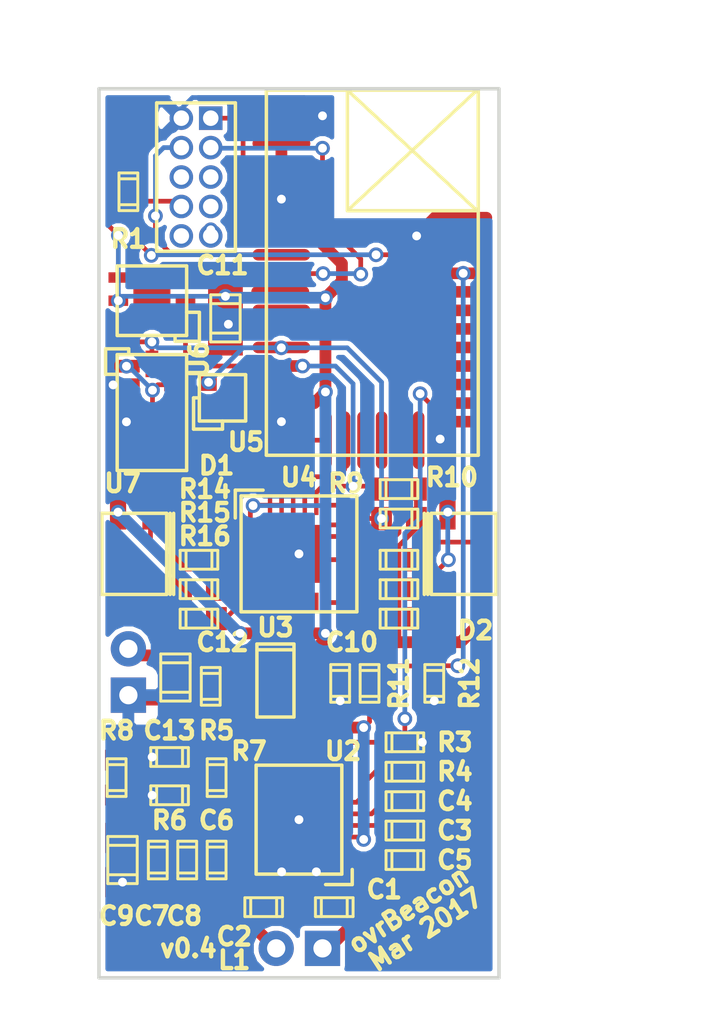
<source format=kicad_pcb>
(kicad_pcb (version 4) (host pcbnew 4.0.4-stable)

  (general
    (links 126)
    (no_connects 0)
    (area 130.988999 88.570999 148.411001 127.075001)
    (thickness 1.6)
    (drawings 15)
    (tracks 406)
    (zones 0)
    (modules 45)
    (nets 40)
  )

  (page A)
  (layers
    (0 F.Cu signal)
    (31 B.Cu signal)
    (36 B.SilkS user)
    (37 F.SilkS user)
    (38 B.Mask user)
    (39 F.Mask user)
    (40 Dwgs.User user)
    (44 Edge.Cuts user)
  )

  (setup
    (last_trace_width 0.2032)
    (user_trace_width 0.508)
    (trace_clearance 0.1778)
    (zone_clearance 0.2032)
    (zone_45_only no)
    (trace_min 0.2032)
    (segment_width 0.15)
    (edge_width 0.15)
    (via_size 0.635)
    (via_drill 0.381)
    (via_min_size 0.635)
    (via_min_drill 0.381)
    (user_via 0.889 0.508)
    (uvia_size 0.508)
    (uvia_drill 0.127)
    (uvias_allowed no)
    (uvia_min_size 0.0508)
    (uvia_min_drill 0.127)
    (pcb_text_width 0.3)
    (pcb_text_size 1.5 1.5)
    (mod_edge_width 0.15)
    (mod_text_size 1 1)
    (mod_text_width 0.15)
    (pad_size 0.508 0.508)
    (pad_drill 0)
    (pad_to_mask_clearance 0.2)
    (aux_axis_origin 132.334 125.73)
    (grid_origin 76.2 50.8)
    (visible_elements FFFFFB3F)
    (pcbplotparams
      (layerselection 0x010f0_80000001)
      (usegerberextensions true)
      (excludeedgelayer true)
      (linewidth 0.100000)
      (plotframeref false)
      (viasonmask false)
      (mode 1)
      (useauxorigin false)
      (hpglpennumber 1)
      (hpglpenspeed 20)
      (hpglpendiameter 15)
      (hpglpenoverlay 2)
      (psnegative false)
      (psa4output false)
      (plotreference true)
      (plotvalue false)
      (plotinvisibletext false)
      (padsonsilk false)
      (subtractmaskfromsilk false)
      (outputformat 1)
      (mirror false)
      (drillshape 0)
      (scaleselection 1)
      (outputdirectory output/))
  )

  (net 0 "")
  (net 1 GND)
  (net 2 +BATT)
  (net 3 /P2_1/PROG)
  (net 4 /P2_2/PROG)
  (net 5 /~RESET)
  (net 6 "Net-(R3-Pad1)")
  (net 7 "Net-(D2-Pad1)")
  (net 8 "Net-(C1-Pad1)")
  (net 9 "Net-(C1-Pad2)")
  (net 10 "Net-(C2-Pad2)")
  (net 11 "Net-(C3-Pad2)")
  (net 12 "Net-(C4-Pad2)")
  (net 13 "Net-(C5-Pad2)")
  (net 14 "Net-(C6-Pad2)")
  (net 15 "Net-(C7-Pad2)")
  (net 16 "Net-(C8-Pad2)")
  (net 17 "Net-(C9-Pad1)")
  (net 18 +3V3)
  (net 19 "Net-(D1-Pad1)")
  (net 20 "Net-(D1-Pad3)")
  (net 21 "Net-(D1-Pad4)")
  (net 22 "Net-(D2-Pad3)")
  (net 23 "Net-(D2-Pad4)")
  (net 24 /~CHARGING)
  (net 25 "Net-(R5-Pad1)")
  (net 26 "Net-(R6-Pad1)")
  (net 27 "Net-(R7-Pad2)")
  (net 28 /SDA)
  (net 29 /SCL)
  (net 30 /VBATT)
  (net 31 /~LED_EN)
  (net 32 "Net-(R14-Pad1)")
  (net 33 "Net-(R15-Pad1)")
  (net 34 "Net-(R16-Pad1)")
  (net 35 "Net-(R17-Pad1)")
  (net 36 "Net-(R18-Pad1)")
  (net 37 "Net-(R19-Pad1)")
  (net 38 /ACC_INT2)
  (net 39 /ACC_INT1)

  (net_class Default "This is the default net class."
    (clearance 0.1778)
    (trace_width 0.2032)
    (via_dia 0.635)
    (via_drill 0.381)
    (uvia_dia 0.508)
    (uvia_drill 0.127)
    (add_net +3V3)
    (add_net +BATT)
    (add_net /ACC_INT1)
    (add_net /ACC_INT2)
    (add_net /P2_1/PROG)
    (add_net /P2_2/PROG)
    (add_net /SCL)
    (add_net /SDA)
    (add_net /VBATT)
    (add_net /~CHARGING)
    (add_net /~LED_EN)
    (add_net /~RESET)
    (add_net GND)
    (add_net "Net-(C1-Pad1)")
    (add_net "Net-(C1-Pad2)")
    (add_net "Net-(C2-Pad2)")
    (add_net "Net-(C3-Pad2)")
    (add_net "Net-(C4-Pad2)")
    (add_net "Net-(C5-Pad2)")
    (add_net "Net-(C6-Pad2)")
    (add_net "Net-(C7-Pad2)")
    (add_net "Net-(C8-Pad2)")
    (add_net "Net-(C9-Pad1)")
    (add_net "Net-(D1-Pad1)")
    (add_net "Net-(D1-Pad3)")
    (add_net "Net-(D1-Pad4)")
    (add_net "Net-(D2-Pad1)")
    (add_net "Net-(D2-Pad3)")
    (add_net "Net-(D2-Pad4)")
    (add_net "Net-(R14-Pad1)")
    (add_net "Net-(R15-Pad1)")
    (add_net "Net-(R16-Pad1)")
    (add_net "Net-(R17-Pad1)")
    (add_net "Net-(R18-Pad1)")
    (add_net "Net-(R19-Pad1)")
    (add_net "Net-(R3-Pad1)")
    (add_net "Net-(R5-Pad1)")
    (add_net "Net-(R6-Pad1)")
    (add_net "Net-(R7-Pad2)")
  )

  (module ovrEngineered:BLE113 (layer F.Cu) (tedit 586C4498) (tstamp 58697FE2)
    (at 139.192 89.408)
    (path /57749FA6)
    (fp_text reference U1 (at 3.55 -1.4) (layer F.SilkS) hide
      (effects (font (size 0.762 0.762) (thickness 0.1905)))
    )
    (fp_text value BLUEGIGA_BLE113 (at 3.95 16.4) (layer F.SilkS) hide
      (effects (font (size 1 1) (thickness 0.15)))
    )
    (fp_line (start 2.6 4.5) (end 8.2 -0.7) (layer F.SilkS) (width 0.15))
    (fp_line (start 2.6 -0.7) (end 8.2 4.5) (layer F.SilkS) (width 0.15))
    (fp_line (start 2.6 -0.7) (end 2.6 4.5) (layer F.SilkS) (width 0.15))
    (fp_line (start 2.6 4.5) (end 8.2 4.5) (layer F.SilkS) (width 0.15))
    (fp_line (start -0.9 -0.7) (end -0.9 15.05) (layer F.SilkS) (width 0.15))
    (fp_line (start -0.9 15.05) (end 8.25 15.05) (layer F.SilkS) (width 0.15))
    (fp_line (start 8.25 15.05) (end 8.25 -0.7) (layer F.SilkS) (width 0.15))
    (fp_line (start 8.25 -0.7) (end -0.9 -0.7) (layer F.SilkS) (width 0.15))
    (pad 1 smd oval (at -0.25 0) (size 2.5 0.5) (layers F.Cu F.Mask)
      (net 1 GND))
    (pad 2 smd oval (at -0.25 0.8) (size 2.5 0.5) (layers F.Cu F.Mask)
      (net 1 GND))
    (pad 3 smd oval (at -0.25 1.6) (size 2.5 0.5) (layers F.Cu F.Mask)
      (net 1 GND))
    (pad 4 smd oval (at -0.25 2.4) (size 2.5 0.5) (layers F.Cu F.Mask)
      (net 1 GND))
    (pad 5 smd oval (at -0.25 3.2) (size 2.5 0.5) (layers F.Cu F.Mask)
      (net 1 GND))
    (pad 6 smd oval (at -0.25 4) (size 2.5 0.5) (layers F.Cu F.Mask)
      (net 1 GND))
    (pad 7 smd oval (at -0.25 4.8) (size 2.5 0.5) (layers F.Cu F.Mask)
      (net 1 GND))
    (pad 8 smd oval (at -0.25 5.6) (size 2.5 0.5) (layers F.Cu F.Mask)
      (net 18 +3V3))
    (pad 9 smd oval (at -0.25 6.4) (size 2.5 0.5) (layers F.Cu F.Mask)
      (net 4 /P2_2/PROG))
    (pad 10 smd oval (at -0.25 7.2) (size 2.5 0.5) (layers F.Cu F.Mask)
      (net 3 /P2_1/PROG))
    (pad 11 smd oval (at -0.3 8) (size 2.5 0.5) (layers F.Cu F.Mask))
    (pad 12 smd oval (at -0.25 8.8) (size 2.5 0.5) (layers F.Cu F.Mask))
    (pad 13 smd oval (at -0.25 9.6) (size 2.5 0.5) (layers F.Cu F.Mask))
    (pad 14 smd oval (at -0.25 10.4) (size 2.5 0.5) (layers F.Cu F.Mask)
      (net 29 /SCL))
    (pad 15 smd oval (at -0.25 11.2) (size 2.5 0.5) (layers F.Cu F.Mask)
      (net 28 /SDA))
    (pad 16 smd oval (at -0.25 12) (size 2.5 0.5) (layers F.Cu F.Mask))
    (pad 17 smd oval (at -0.25 12.8) (size 2.5 0.5) (layers F.Cu F.Mask)
      (net 18 +3V3))
    (pad 18 smd oval (at -0.25 13.6) (size 2.5 0.5) (layers F.Cu F.Mask)
      (net 1 GND))
    (pad 19 smd oval (at 1.675 14.4) (size 0.5 2.5) (layers F.Cu F.Mask)
      (net 38 /ACC_INT2))
    (pad 20 smd oval (at 2.475 14.4) (size 0.5 2.5) (layers F.Cu F.Mask)
      (net 39 /ACC_INT1))
    (pad 21 smd oval (at 3.275 14.4) (size 0.5 2.5) (layers F.Cu F.Mask))
    (pad 22 smd oval (at 4.075 14.4) (size 0.5 2.5) (layers F.Cu F.Mask))
    (pad 23 smd oval (at 4.875 14.4) (size 0.5 2.5) (layers F.Cu F.Mask)
      (net 31 /~LED_EN))
    (pad 24 smd oval (at 5.675 14.4) (size 0.5 2.5) (layers F.Cu F.Mask))
    (pad 25 smd oval (at 7.6 13.6) (size 2.5 0.5) (layers F.Cu F.Mask)
      (net 1 GND))
    (pad 26 smd oval (at 7.6 12.8) (size 2.5 0.5) (layers F.Cu F.Mask)
      (net 24 /~CHARGING))
    (pad 27 smd oval (at 7.6 12) (size 2.5 0.5) (layers F.Cu F.Mask))
    (pad 28 smd oval (at 7.6 11.2) (size 2.5 0.5) (layers F.Cu F.Mask))
    (pad 29 smd oval (at 7.6 10.4) (size 2.5 0.5) (layers F.Cu F.Mask))
    (pad 30 smd oval (at 7.6 9.6) (size 2.5 0.5) (layers F.Cu F.Mask))
    (pad 31 smd oval (at 7.6 8.8) (size 2.5 0.5) (layers F.Cu F.Mask))
    (pad 32 smd oval (at 7.6 8) (size 2.5 0.5) (layers F.Cu F.Mask))
    (pad 33 smd oval (at 7.6 7.2) (size 2.5 0.5) (layers F.Cu F.Mask)
      (net 30 /VBATT))
    (pad 34 smd oval (at 7.6 6.4) (size 2.5 0.5) (layers F.Cu F.Mask)
      (net 5 /~RESET))
    (pad 35 smd oval (at 7.6 5.6) (size 2.5 0.5) (layers F.Cu F.Mask))
    (pad 36 smd oval (at 7.6 4.8) (size 2.5 0.5) (layers F.Cu F.Mask)
      (net 1 GND))
  )

  (module ovrEngineered:C_0603 (layer F.Cu) (tedit 58BED054) (tstamp 58697EBB)
    (at 141.224 123.952)
    (descr "SMT capacitor, 0603")
    (path /58638F25)
    (fp_text reference C1 (at 2.159 -0.762 180) (layer F.SilkS)
      (effects (font (size 0.762 0.762) (thickness 0.1905)))
    )
    (fp_text value C_0.15uF_25v_0603 (at 0 0.635) (layer F.SilkS) hide
      (effects (font (size 0.20066 0.20066) (thickness 0.04064)))
    )
    (fp_line (start 0.5588 0.4064) (end 0.5588 -0.4064) (layer F.SilkS) (width 0.127))
    (fp_line (start -0.5588 -0.381) (end -0.5588 0.4064) (layer F.SilkS) (width 0.127))
    (fp_line (start -0.8128 -0.4064) (end 0.8128 -0.4064) (layer F.SilkS) (width 0.127))
    (fp_line (start 0.8128 -0.4064) (end 0.8128 0.4064) (layer F.SilkS) (width 0.127))
    (fp_line (start 0.8128 0.4064) (end -0.8128 0.4064) (layer F.SilkS) (width 0.127))
    (fp_line (start -0.8128 0.4064) (end -0.8128 -0.4064) (layer F.SilkS) (width 0.127))
    (pad 1 smd rect (at 0.75184 0) (size 0.89916 1.00076) (layers F.Cu F.Mask)
      (net 8 "Net-(C1-Pad1)"))
    (pad 2 smd rect (at -0.75184 0) (size 0.89916 1.00076) (layers F.Cu F.Mask)
      (net 9 "Net-(C1-Pad2)"))
    (model smd/capacitors/c_0603.wrl
      (at (xyz 0 0 0))
      (scale (xyz 1 1 1))
      (rotate (xyz 0 0 0))
    )
  )

  (module ovrEngineered:C_0603 (layer F.Cu) (tedit 586BF65F) (tstamp 58697EC1)
    (at 138.176 123.952)
    (descr "SMT capacitor, 0603")
    (path /58638FBE)
    (fp_text reference C2 (at -1.27 1.27) (layer F.SilkS)
      (effects (font (size 0.762 0.762) (thickness 0.1905)))
    )
    (fp_text value C_2200pF_50v_0603 (at 0 0.635) (layer F.SilkS) hide
      (effects (font (size 0.20066 0.20066) (thickness 0.04064)))
    )
    (fp_line (start 0.5588 0.4064) (end 0.5588 -0.4064) (layer F.SilkS) (width 0.127))
    (fp_line (start -0.5588 -0.381) (end -0.5588 0.4064) (layer F.SilkS) (width 0.127))
    (fp_line (start -0.8128 -0.4064) (end 0.8128 -0.4064) (layer F.SilkS) (width 0.127))
    (fp_line (start 0.8128 -0.4064) (end 0.8128 0.4064) (layer F.SilkS) (width 0.127))
    (fp_line (start 0.8128 0.4064) (end -0.8128 0.4064) (layer F.SilkS) (width 0.127))
    (fp_line (start -0.8128 0.4064) (end -0.8128 -0.4064) (layer F.SilkS) (width 0.127))
    (pad 1 smd rect (at 0.75184 0) (size 0.89916 1.00076) (layers F.Cu F.Mask)
      (net 9 "Net-(C1-Pad2)"))
    (pad 2 smd rect (at -0.75184 0) (size 0.89916 1.00076) (layers F.Cu F.Mask)
      (net 10 "Net-(C2-Pad2)"))
    (model smd/capacitors/c_0603.wrl
      (at (xyz 0 0 0))
      (scale (xyz 1 1 1))
      (rotate (xyz 0 0 0))
    )
  )

  (module ovrEngineered:C_0603 (layer F.Cu) (tedit 586BF5A1) (tstamp 58697EC7)
    (at 144.272 120.65)
    (descr "SMT capacitor, 0603")
    (path /5863ADB2)
    (fp_text reference C3 (at 2.159 0) (layer F.SilkS)
      (effects (font (size 0.762 0.762) (thickness 0.1905)))
    )
    (fp_text value C_0.47uF_25v_0603 (at 0 0.635) (layer F.SilkS) hide
      (effects (font (size 0.20066 0.20066) (thickness 0.04064)))
    )
    (fp_line (start 0.5588 0.4064) (end 0.5588 -0.4064) (layer F.SilkS) (width 0.127))
    (fp_line (start -0.5588 -0.381) (end -0.5588 0.4064) (layer F.SilkS) (width 0.127))
    (fp_line (start -0.8128 -0.4064) (end 0.8128 -0.4064) (layer F.SilkS) (width 0.127))
    (fp_line (start 0.8128 -0.4064) (end 0.8128 0.4064) (layer F.SilkS) (width 0.127))
    (fp_line (start 0.8128 0.4064) (end -0.8128 0.4064) (layer F.SilkS) (width 0.127))
    (fp_line (start -0.8128 0.4064) (end -0.8128 -0.4064) (layer F.SilkS) (width 0.127))
    (pad 1 smd rect (at 0.75184 0) (size 0.89916 1.00076) (layers F.Cu F.Mask)
      (net 9 "Net-(C1-Pad2)"))
    (pad 2 smd rect (at -0.75184 0) (size 0.89916 1.00076) (layers F.Cu F.Mask)
      (net 11 "Net-(C3-Pad2)"))
    (model smd/capacitors/c_0603.wrl
      (at (xyz 0 0 0))
      (scale (xyz 1 1 1))
      (rotate (xyz 0 0 0))
    )
  )

  (module ovrEngineered:C_0603 (layer F.Cu) (tedit 586BF5A6) (tstamp 58697ECD)
    (at 144.272 119.38)
    (descr "SMT capacitor, 0603")
    (path /5863B71A)
    (fp_text reference C4 (at 2.159 0) (layer F.SilkS)
      (effects (font (size 0.762 0.762) (thickness 0.1905)))
    )
    (fp_text value C_0.022uF_25v_0603 (at 0 0.635) (layer F.SilkS) hide
      (effects (font (size 0.20066 0.20066) (thickness 0.04064)))
    )
    (fp_line (start 0.5588 0.4064) (end 0.5588 -0.4064) (layer F.SilkS) (width 0.127))
    (fp_line (start -0.5588 -0.381) (end -0.5588 0.4064) (layer F.SilkS) (width 0.127))
    (fp_line (start -0.8128 -0.4064) (end 0.8128 -0.4064) (layer F.SilkS) (width 0.127))
    (fp_line (start 0.8128 -0.4064) (end 0.8128 0.4064) (layer F.SilkS) (width 0.127))
    (fp_line (start 0.8128 0.4064) (end -0.8128 0.4064) (layer F.SilkS) (width 0.127))
    (fp_line (start -0.8128 0.4064) (end -0.8128 -0.4064) (layer F.SilkS) (width 0.127))
    (pad 1 smd rect (at 0.75184 0) (size 0.89916 1.00076) (layers F.Cu F.Mask)
      (net 9 "Net-(C1-Pad2)"))
    (pad 2 smd rect (at -0.75184 0) (size 0.89916 1.00076) (layers F.Cu F.Mask)
      (net 12 "Net-(C4-Pad2)"))
    (model smd/capacitors/c_0603.wrl
      (at (xyz 0 0 0))
      (scale (xyz 1 1 1))
      (rotate (xyz 0 0 0))
    )
  )

  (module ovrEngineered:C_0603 (layer F.Cu) (tedit 586BF59D) (tstamp 58697ED3)
    (at 144.272 121.92)
    (descr "SMT capacitor, 0603")
    (path /5863A4EA)
    (fp_text reference C5 (at 2.159 0) (layer F.SilkS)
      (effects (font (size 0.762 0.762) (thickness 0.1905)))
    )
    (fp_text value C_10000pF_25v_0603 (at 0 0.635) (layer F.SilkS) hide
      (effects (font (size 0.20066 0.20066) (thickness 0.04064)))
    )
    (fp_line (start 0.5588 0.4064) (end 0.5588 -0.4064) (layer F.SilkS) (width 0.127))
    (fp_line (start -0.5588 -0.381) (end -0.5588 0.4064) (layer F.SilkS) (width 0.127))
    (fp_line (start -0.8128 -0.4064) (end 0.8128 -0.4064) (layer F.SilkS) (width 0.127))
    (fp_line (start 0.8128 -0.4064) (end 0.8128 0.4064) (layer F.SilkS) (width 0.127))
    (fp_line (start 0.8128 0.4064) (end -0.8128 0.4064) (layer F.SilkS) (width 0.127))
    (fp_line (start -0.8128 0.4064) (end -0.8128 -0.4064) (layer F.SilkS) (width 0.127))
    (pad 1 smd rect (at 0.75184 0) (size 0.89916 1.00076) (layers F.Cu F.Mask)
      (net 9 "Net-(C1-Pad2)"))
    (pad 2 smd rect (at -0.75184 0) (size 0.89916 1.00076) (layers F.Cu F.Mask)
      (net 13 "Net-(C5-Pad2)"))
    (model smd/capacitors/c_0603.wrl
      (at (xyz 0 0 0))
      (scale (xyz 1 1 1))
      (rotate (xyz 0 0 0))
    )
  )

  (module ovrEngineered:C_0603 (layer F.Cu) (tedit 586BF64F) (tstamp 58697ED9)
    (at 136.144 121.92 270)
    (descr "SMT capacitor, 0603")
    (path /5863A471)
    (fp_text reference C6 (at -1.7145 0 360) (layer F.SilkS)
      (effects (font (size 0.762 0.762) (thickness 0.1905)))
    )
    (fp_text value C_10000pF_25v_0603 (at 0 0.635 270) (layer F.SilkS) hide
      (effects (font (size 0.20066 0.20066) (thickness 0.04064)))
    )
    (fp_line (start 0.5588 0.4064) (end 0.5588 -0.4064) (layer F.SilkS) (width 0.127))
    (fp_line (start -0.5588 -0.381) (end -0.5588 0.4064) (layer F.SilkS) (width 0.127))
    (fp_line (start -0.8128 -0.4064) (end 0.8128 -0.4064) (layer F.SilkS) (width 0.127))
    (fp_line (start 0.8128 -0.4064) (end 0.8128 0.4064) (layer F.SilkS) (width 0.127))
    (fp_line (start 0.8128 0.4064) (end -0.8128 0.4064) (layer F.SilkS) (width 0.127))
    (fp_line (start -0.8128 0.4064) (end -0.8128 -0.4064) (layer F.SilkS) (width 0.127))
    (pad 1 smd rect (at 0.75184 0 270) (size 0.89916 1.00076) (layers F.Cu F.Mask)
      (net 10 "Net-(C2-Pad2)"))
    (pad 2 smd rect (at -0.75184 0 270) (size 0.89916 1.00076) (layers F.Cu F.Mask)
      (net 14 "Net-(C6-Pad2)"))
    (model smd/capacitors/c_0603.wrl
      (at (xyz 0 0 0))
      (scale (xyz 1 1 1))
      (rotate (xyz 0 0 0))
    )
  )

  (module ovrEngineered:C_0603 (layer F.Cu) (tedit 586BF637) (tstamp 58697EDF)
    (at 133.604 121.92 270)
    (descr "SMT capacitor, 0603")
    (path /5863B79E)
    (fp_text reference C7 (at 2.413 0.254 360) (layer F.SilkS)
      (effects (font (size 0.762 0.762) (thickness 0.1905)))
    )
    (fp_text value C_0.022uF_25v_0603 (at 0 0.635 270) (layer F.SilkS) hide
      (effects (font (size 0.20066 0.20066) (thickness 0.04064)))
    )
    (fp_line (start 0.5588 0.4064) (end 0.5588 -0.4064) (layer F.SilkS) (width 0.127))
    (fp_line (start -0.5588 -0.381) (end -0.5588 0.4064) (layer F.SilkS) (width 0.127))
    (fp_line (start -0.8128 -0.4064) (end 0.8128 -0.4064) (layer F.SilkS) (width 0.127))
    (fp_line (start 0.8128 -0.4064) (end 0.8128 0.4064) (layer F.SilkS) (width 0.127))
    (fp_line (start 0.8128 0.4064) (end -0.8128 0.4064) (layer F.SilkS) (width 0.127))
    (fp_line (start -0.8128 0.4064) (end -0.8128 -0.4064) (layer F.SilkS) (width 0.127))
    (pad 1 smd rect (at 0.75184 0 270) (size 0.89916 1.00076) (layers F.Cu F.Mask)
      (net 10 "Net-(C2-Pad2)"))
    (pad 2 smd rect (at -0.75184 0 270) (size 0.89916 1.00076) (layers F.Cu F.Mask)
      (net 15 "Net-(C7-Pad2)"))
    (model smd/capacitors/c_0603.wrl
      (at (xyz 0 0 0))
      (scale (xyz 1 1 1))
      (rotate (xyz 0 0 0))
    )
  )

  (module ovrEngineered:C_0603 (layer F.Cu) (tedit 586BF633) (tstamp 58697EE5)
    (at 134.874 121.92 270)
    (descr "SMT capacitor, 0603")
    (path /5863AE33)
    (fp_text reference C8 (at 2.413 0.127 360) (layer F.SilkS)
      (effects (font (size 0.762 0.762) (thickness 0.1905)))
    )
    (fp_text value C_0.47uF_25v_0603 (at 0 0.635 270) (layer F.SilkS) hide
      (effects (font (size 0.20066 0.20066) (thickness 0.04064)))
    )
    (fp_line (start 0.5588 0.4064) (end 0.5588 -0.4064) (layer F.SilkS) (width 0.127))
    (fp_line (start -0.5588 -0.381) (end -0.5588 0.4064) (layer F.SilkS) (width 0.127))
    (fp_line (start -0.8128 -0.4064) (end 0.8128 -0.4064) (layer F.SilkS) (width 0.127))
    (fp_line (start 0.8128 -0.4064) (end 0.8128 0.4064) (layer F.SilkS) (width 0.127))
    (fp_line (start 0.8128 0.4064) (end -0.8128 0.4064) (layer F.SilkS) (width 0.127))
    (fp_line (start -0.8128 0.4064) (end -0.8128 -0.4064) (layer F.SilkS) (width 0.127))
    (pad 1 smd rect (at 0.75184 0 270) (size 0.89916 1.00076) (layers F.Cu F.Mask)
      (net 10 "Net-(C2-Pad2)"))
    (pad 2 smd rect (at -0.75184 0 270) (size 0.89916 1.00076) (layers F.Cu F.Mask)
      (net 16 "Net-(C8-Pad2)"))
    (model smd/capacitors/c_0603.wrl
      (at (xyz 0 0 0))
      (scale (xyz 1 1 1))
      (rotate (xyz 0 0 0))
    )
  )

  (module ovrEngineered:C_0805 (layer F.Cu) (tedit 586BF639) (tstamp 58697EEB)
    (at 132.08 121.92 90)
    (descr "SMT capacitor, 0805")
    (path /5863C0CE)
    (fp_text reference C9 (at -2.413 -0.254 180) (layer F.SilkS)
      (effects (font (size 0.762 0.762) (thickness 0.1905)))
    )
    (fp_text value C_22uF_25v_0805 (at 0 0.9906 90) (layer F.SilkS) hide
      (effects (font (size 0.29972 0.29972) (thickness 0.06096)))
    )
    (fp_line (start 0.635 -0.635) (end 0.635 0.635) (layer F.SilkS) (width 0.127))
    (fp_line (start -0.635 -0.635) (end -0.635 0.6096) (layer F.SilkS) (width 0.127))
    (fp_line (start -1.016 -0.635) (end 1.016 -0.635) (layer F.SilkS) (width 0.127))
    (fp_line (start 1.016 -0.635) (end 1.016 0.635) (layer F.SilkS) (width 0.127))
    (fp_line (start 1.016 0.635) (end -1.016 0.635) (layer F.SilkS) (width 0.127))
    (fp_line (start -1.016 0.635) (end -1.016 -0.635) (layer F.SilkS) (width 0.127))
    (pad 1 smd rect (at 0.9525 0 90) (size 1.30048 1.4986) (layers F.Cu F.Mask)
      (net 17 "Net-(C9-Pad1)"))
    (pad 2 smd rect (at -0.9525 0 90) (size 1.30048 1.4986) (layers F.Cu F.Mask)
      (net 1 GND))
    (model smd/capacitors/c_0805.wrl
      (at (xyz 0 0 0))
      (scale (xyz 1 1 1))
      (rotate (xyz 0 0 0))
    )
  )

  (module ovrEngineered:C_0603 (layer F.Cu) (tedit 586C1964) (tstamp 58697EF1)
    (at 141.478 114.3 90)
    (descr "SMT capacitor, 0603")
    (path /5865F264)
    (fp_text reference C10 (at 1.778 0.508 180) (layer F.SilkS)
      (effects (font (size 0.762 0.762) (thickness 0.1905)))
    )
    (fp_text value C_0.1uF_10v_0603 (at 0 0.635 90) (layer F.SilkS) hide
      (effects (font (size 0.20066 0.20066) (thickness 0.04064)))
    )
    (fp_line (start 0.5588 0.4064) (end 0.5588 -0.4064) (layer F.SilkS) (width 0.127))
    (fp_line (start -0.5588 -0.381) (end -0.5588 0.4064) (layer F.SilkS) (width 0.127))
    (fp_line (start -0.8128 -0.4064) (end 0.8128 -0.4064) (layer F.SilkS) (width 0.127))
    (fp_line (start 0.8128 -0.4064) (end 0.8128 0.4064) (layer F.SilkS) (width 0.127))
    (fp_line (start 0.8128 0.4064) (end -0.8128 0.4064) (layer F.SilkS) (width 0.127))
    (fp_line (start -0.8128 0.4064) (end -0.8128 -0.4064) (layer F.SilkS) (width 0.127))
    (pad 1 smd rect (at 0.75184 0 90) (size 0.89916 1.00076) (layers F.Cu F.Mask)
      (net 18 +3V3))
    (pad 2 smd rect (at -0.75184 0 90) (size 0.89916 1.00076) (layers F.Cu F.Mask)
      (net 1 GND))
    (model smd/capacitors/c_0603.wrl
      (at (xyz 0 0 0))
      (scale (xyz 1 1 1))
      (rotate (xyz 0 0 0))
    )
  )

  (module ovrEngineered:C_0805 (layer F.Cu) (tedit 586C43C7) (tstamp 58697EF7)
    (at 136.525 98.552 90)
    (descr "SMT capacitor, 0805")
    (path /5865F259)
    (fp_text reference C11 (at 2.286 -0.127 180) (layer F.SilkS)
      (effects (font (size 0.762 0.762) (thickness 0.1905)))
    )
    (fp_text value C_1uF_10v_0805 (at 0 0.9906 90) (layer F.SilkS) hide
      (effects (font (size 0.29972 0.29972) (thickness 0.06096)))
    )
    (fp_line (start 0.635 -0.635) (end 0.635 0.635) (layer F.SilkS) (width 0.127))
    (fp_line (start -0.635 -0.635) (end -0.635 0.6096) (layer F.SilkS) (width 0.127))
    (fp_line (start -1.016 -0.635) (end 1.016 -0.635) (layer F.SilkS) (width 0.127))
    (fp_line (start 1.016 -0.635) (end 1.016 0.635) (layer F.SilkS) (width 0.127))
    (fp_line (start 1.016 0.635) (end -1.016 0.635) (layer F.SilkS) (width 0.127))
    (fp_line (start -1.016 0.635) (end -1.016 -0.635) (layer F.SilkS) (width 0.127))
    (pad 1 smd rect (at 0.9525 0 90) (size 1.30048 1.4986) (layers F.Cu F.Mask)
      (net 18 +3V3))
    (pad 2 smd rect (at -0.9525 0 90) (size 1.30048 1.4986) (layers F.Cu F.Mask)
      (net 1 GND))
    (model smd/capacitors/c_0805.wrl
      (at (xyz 0 0 0))
      (scale (xyz 1 1 1))
      (rotate (xyz 0 0 0))
    )
  )

  (module ovrEngineered:C_0603 (layer F.Cu) (tedit 586C1589) (tstamp 58697EFD)
    (at 135.89 114.427 90)
    (descr "SMT capacitor, 0603")
    (path /5865E832)
    (fp_text reference C12 (at 1.905 0.508 180) (layer F.SilkS)
      (effects (font (size 0.762 0.762) (thickness 0.1905)))
    )
    (fp_text value C_0.1uF_10v_0603 (at 0 0.635 90) (layer F.SilkS) hide
      (effects (font (size 0.20066 0.20066) (thickness 0.04064)))
    )
    (fp_line (start 0.5588 0.4064) (end 0.5588 -0.4064) (layer F.SilkS) (width 0.127))
    (fp_line (start -0.5588 -0.381) (end -0.5588 0.4064) (layer F.SilkS) (width 0.127))
    (fp_line (start -0.8128 -0.4064) (end 0.8128 -0.4064) (layer F.SilkS) (width 0.127))
    (fp_line (start 0.8128 -0.4064) (end 0.8128 0.4064) (layer F.SilkS) (width 0.127))
    (fp_line (start 0.8128 0.4064) (end -0.8128 0.4064) (layer F.SilkS) (width 0.127))
    (fp_line (start -0.8128 0.4064) (end -0.8128 -0.4064) (layer F.SilkS) (width 0.127))
    (pad 1 smd rect (at 0.75184 0 90) (size 0.89916 1.00076) (layers F.Cu F.Mask)
      (net 2 +BATT))
    (pad 2 smd rect (at -0.75184 0 90) (size 0.89916 1.00076) (layers F.Cu F.Mask)
      (net 1 GND))
    (model smd/capacitors/c_0603.wrl
      (at (xyz 0 0 0))
      (scale (xyz 1 1 1))
      (rotate (xyz 0 0 0))
    )
  )

  (module ovrEngineered:C_0805 (layer F.Cu) (tedit 586C15A1) (tstamp 58697F03)
    (at 134.366 114.046 90)
    (descr "SMT capacitor, 0805")
    (path /5865E788)
    (fp_text reference C13 (at -2.286 -0.254 180) (layer F.SilkS)
      (effects (font (size 0.762 0.762) (thickness 0.1905)))
    )
    (fp_text value C_1uF_10v_0805 (at 0 0.9906 90) (layer F.SilkS) hide
      (effects (font (size 0.29972 0.29972) (thickness 0.06096)))
    )
    (fp_line (start 0.635 -0.635) (end 0.635 0.635) (layer F.SilkS) (width 0.127))
    (fp_line (start -0.635 -0.635) (end -0.635 0.6096) (layer F.SilkS) (width 0.127))
    (fp_line (start -1.016 -0.635) (end 1.016 -0.635) (layer F.SilkS) (width 0.127))
    (fp_line (start 1.016 -0.635) (end 1.016 0.635) (layer F.SilkS) (width 0.127))
    (fp_line (start 1.016 0.635) (end -1.016 0.635) (layer F.SilkS) (width 0.127))
    (fp_line (start -1.016 0.635) (end -1.016 -0.635) (layer F.SilkS) (width 0.127))
    (pad 1 smd rect (at 0.9525 0 90) (size 1.30048 1.4986) (layers F.Cu F.Mask)
      (net 2 +BATT))
    (pad 2 smd rect (at -0.9525 0 90) (size 1.30048 1.4986) (layers F.Cu F.Mask)
      (net 1 GND))
    (model smd/capacitors/c_0805.wrl
      (at (xyz 0 0 0))
      (scale (xyz 1 1 1))
      (rotate (xyz 0 0 0))
    )
  )

  (module ovrEngineered:CREE_CLV1A_FKB (layer F.Cu) (tedit 586C43BF) (tstamp 58697F23)
    (at 132.588 108.712 270)
    (path /586B06C3)
    (fp_text reference D1 (at -3.81 -3.556 360) (layer F.SilkS)
      (effects (font (size 0.762 0.762) (thickness 0.1905)))
    )
    (fp_text value CREE_CLV1A_FKB (at 0 2.5 270) (layer F.Fab) hide
      (effects (font (size 1 1) (thickness 0.15)))
    )
    (fp_line (start -1.75 -1.7) (end 1.75 -1.7) (layer F.SilkS) (width 0.15))
    (fp_line (start -1.75 -1.55) (end 1.75 -1.55) (layer F.SilkS) (width 0.15))
    (fp_line (start 1.75 -1.4) (end -1.75 -1.4) (layer F.SilkS) (width 0.15))
    (fp_line (start 1.75 1.4) (end 1.75 -1.4) (layer F.SilkS) (width 0.15))
    (fp_line (start -1.75 1.4) (end 1.75 1.4) (layer F.SilkS) (width 0.15))
    (fp_line (start -1.75 -1.4) (end -1.75 1.4) (layer F.SilkS) (width 0.15))
    (pad 1 smd rect (at -1.8 -0.7 270) (size 1.5 0.7) (layers F.Cu F.Mask)
      (net 19 "Net-(D1-Pad1)"))
    (pad 2 smd rect (at -1.8 0.7 270) (size 1.5 0.7) (layers F.Cu F.Mask)
      (net 18 +3V3))
    (pad 3 smd rect (at 1.8 0.7 270) (size 1.5 0.7) (layers F.Cu F.Mask)
      (net 20 "Net-(D1-Pad3)"))
    (pad 4 smd rect (at 1.8 -0.7 270) (size 1.5 0.7) (layers F.Cu F.Mask)
      (net 21 "Net-(D1-Pad4)"))
  )

  (module ovrEngineered:CREE_CLV1A_FKB (layer F.Cu) (tedit 586C44D4) (tstamp 58697F2B)
    (at 146.812 108.712 90)
    (path /586B0806)
    (fp_text reference D2 (at -3.302 0.508 180) (layer F.SilkS)
      (effects (font (size 0.762 0.762) (thickness 0.1905)))
    )
    (fp_text value CREE_CLV1A_FKB (at 0 2.5 90) (layer F.Fab) hide
      (effects (font (size 1 1) (thickness 0.15)))
    )
    (fp_line (start -1.75 -1.7) (end 1.75 -1.7) (layer F.SilkS) (width 0.15))
    (fp_line (start -1.75 -1.55) (end 1.75 -1.55) (layer F.SilkS) (width 0.15))
    (fp_line (start 1.75 -1.4) (end -1.75 -1.4) (layer F.SilkS) (width 0.15))
    (fp_line (start 1.75 1.4) (end 1.75 -1.4) (layer F.SilkS) (width 0.15))
    (fp_line (start -1.75 1.4) (end 1.75 1.4) (layer F.SilkS) (width 0.15))
    (fp_line (start -1.75 -1.4) (end -1.75 1.4) (layer F.SilkS) (width 0.15))
    (pad 1 smd rect (at -1.8 -0.7 90) (size 1.5 0.7) (layers F.Cu F.Mask)
      (net 7 "Net-(D2-Pad1)"))
    (pad 2 smd rect (at -1.8 0.7 90) (size 1.5 0.7) (layers F.Cu F.Mask)
      (net 18 +3V3))
    (pad 3 smd rect (at 1.8 0.7 90) (size 1.5 0.7) (layers F.Cu F.Mask)
      (net 22 "Net-(D2-Pad3)"))
    (pad 4 smd rect (at 1.8 -0.7 90) (size 1.5 0.7) (layers F.Cu F.Mask)
      (net 23 "Net-(D2-Pad4)"))
  )

  (module ovrEngineered:SIP_2MM_2 (layer F.Cu) (tedit 586BF898) (tstamp 58697F42)
    (at 132.334 114.808 90)
    (path /586B1F53)
    (fp_text reference J2 (at 3.556 0 180) (layer F.SilkS) hide
      (effects (font (size 0.762 0.762) (thickness 0.1905)))
    )
    (fp_text value CONN_2MM_2 (at 2.1 1.8 90) (layer F.Fab) hide
      (effects (font (size 1 1) (thickness 0.15)))
    )
    (pad 1 thru_hole rect (at 0 0 90) (size 1.524 1.524) (drill 0.7874) (layers *.Cu *.Mask)
      (net 1 GND))
    (pad 2 thru_hole circle (at 2 0 90) (size 1.524 1.524) (drill 0.7874) (layers *.Cu *.Mask)
      (net 2 +BATT))
  )

  (module ovrEngineered:SIP_2MM_2 (layer F.Cu) (tedit 586BFE72) (tstamp 58697F48)
    (at 140.716 125.73 180)
    (path /586B3346)
    (fp_text reference L1 (at 3.81 -0.508 180) (layer F.SilkS)
      (effects (font (size 0.762 0.762) (thickness 0.1905)))
    )
    (fp_text value QIRX_10.7uH (at 2.1 1.8 180) (layer F.Fab) hide
      (effects (font (size 1 1) (thickness 0.15)))
    )
    (pad 1 thru_hole rect (at 0 0 180) (size 1.524 1.524) (drill 0.7874) (layers *.Cu *.Mask)
      (net 8 "Net-(C1-Pad1)"))
    (pad 2 thru_hole circle (at 2 0 180) (size 1.524 1.524) (drill 0.7874) (layers *.Cu *.Mask)
      (net 10 "Net-(C2-Pad2)"))
  )

  (module ovrEngineered:R_0603 (layer F.Cu) (tedit 58BEC908) (tstamp 58697F4E)
    (at 132.334 93.091 90)
    (descr "SMT resistor, 0603")
    (path /577745D9)
    (fp_text reference R1 (at -2.032 0 360) (layer F.SilkS)
      (effects (font (size 0.762 0.762) (thickness 0.1905)))
    )
    (fp_text value R_10K_1%_0603 (at 0 0.635 90) (layer F.SilkS) hide
      (effects (font (size 0.20066 0.20066) (thickness 0.04064)))
    )
    (fp_line (start 0.5588 0.4064) (end 0.5588 -0.4064) (layer F.SilkS) (width 0.127))
    (fp_line (start -0.5588 -0.381) (end -0.5588 0.4064) (layer F.SilkS) (width 0.127))
    (fp_line (start -0.8128 -0.4064) (end 0.8128 -0.4064) (layer F.SilkS) (width 0.127))
    (fp_line (start 0.8128 -0.4064) (end 0.8128 0.4064) (layer F.SilkS) (width 0.127))
    (fp_line (start 0.8128 0.4064) (end -0.8128 0.4064) (layer F.SilkS) (width 0.127))
    (fp_line (start -0.8128 0.4064) (end -0.8128 -0.4064) (layer F.SilkS) (width 0.127))
    (pad 1 smd rect (at 0.75184 0 90) (size 0.89916 1.00076) (layers F.Cu F.Mask)
      (net 18 +3V3))
    (pad 2 smd rect (at -0.75184 0 90) (size 0.89916 1.00076) (layers F.Cu F.Mask)
      (net 5 /~RESET))
    (model smd/capacitors/c_0603.wrl
      (at (xyz 0 0 0))
      (scale (xyz 1 1 1))
      (rotate (xyz 0 0 0))
    )
  )

  (module ovrEngineered:R_0603 (layer F.Cu) (tedit 586BF5B0) (tstamp 58697F5A)
    (at 144.272 116.84 180)
    (descr "SMT resistor, 0603")
    (path /5863E649)
    (fp_text reference R3 (at -2.159 0 180) (layer F.SilkS)
      (effects (font (size 0.762 0.762) (thickness 0.1905)))
    )
    (fp_text value R_953_1%_0603 (at 0 0.635 180) (layer F.SilkS) hide
      (effects (font (size 0.20066 0.20066) (thickness 0.04064)))
    )
    (fp_line (start 0.5588 0.4064) (end 0.5588 -0.4064) (layer F.SilkS) (width 0.127))
    (fp_line (start -0.5588 -0.381) (end -0.5588 0.4064) (layer F.SilkS) (width 0.127))
    (fp_line (start -0.8128 -0.4064) (end 0.8128 -0.4064) (layer F.SilkS) (width 0.127))
    (fp_line (start 0.8128 -0.4064) (end 0.8128 0.4064) (layer F.SilkS) (width 0.127))
    (fp_line (start 0.8128 0.4064) (end -0.8128 0.4064) (layer F.SilkS) (width 0.127))
    (fp_line (start -0.8128 0.4064) (end -0.8128 -0.4064) (layer F.SilkS) (width 0.127))
    (pad 1 smd rect (at 0.75184 0 180) (size 0.89916 1.00076) (layers F.Cu F.Mask)
      (net 6 "Net-(R3-Pad1)"))
    (pad 2 smd rect (at -0.75184 0 180) (size 0.89916 1.00076) (layers F.Cu F.Mask)
      (net 1 GND))
    (model smd/capacitors/c_0603.wrl
      (at (xyz 0 0 0))
      (scale (xyz 1 1 1))
      (rotate (xyz 0 0 0))
    )
  )

  (module ovrEngineered:R_0603 (layer F.Cu) (tedit 586BF5AC) (tstamp 58697F60)
    (at 144.272 118.11)
    (descr "SMT resistor, 0603")
    (path /5865CC44)
    (fp_text reference R4 (at 2.159 0) (layer F.SilkS)
      (effects (font (size 0.762 0.762) (thickness 0.1905)))
    )
    (fp_text value R_10K_1%_0603 (at 0 0.635) (layer F.SilkS) hide
      (effects (font (size 0.20066 0.20066) (thickness 0.04064)))
    )
    (fp_line (start 0.5588 0.4064) (end 0.5588 -0.4064) (layer F.SilkS) (width 0.127))
    (fp_line (start -0.5588 -0.381) (end -0.5588 0.4064) (layer F.SilkS) (width 0.127))
    (fp_line (start -0.8128 -0.4064) (end 0.8128 -0.4064) (layer F.SilkS) (width 0.127))
    (fp_line (start 0.8128 -0.4064) (end 0.8128 0.4064) (layer F.SilkS) (width 0.127))
    (fp_line (start 0.8128 0.4064) (end -0.8128 0.4064) (layer F.SilkS) (width 0.127))
    (fp_line (start -0.8128 0.4064) (end -0.8128 -0.4064) (layer F.SilkS) (width 0.127))
    (pad 1 smd rect (at 0.75184 0) (size 0.89916 1.00076) (layers F.Cu F.Mask)
      (net 18 +3V3))
    (pad 2 smd rect (at -0.75184 0) (size 0.89916 1.00076) (layers F.Cu F.Mask)
      (net 24 /~CHARGING))
    (model smd/capacitors/c_0603.wrl
      (at (xyz 0 0 0))
      (scale (xyz 1 1 1))
      (rotate (xyz 0 0 0))
    )
  )

  (module ovrEngineered:R_0603 (layer F.Cu) (tedit 586C15B6) (tstamp 58697F66)
    (at 134.112 117.475)
    (descr "SMT resistor, 0603")
    (path /58656DC2)
    (fp_text reference R5 (at 2.032 -1.143) (layer F.SilkS)
      (effects (font (size 0.762 0.762) (thickness 0.1905)))
    )
    (fp_text value R_10K_1%_0603 (at 0 0.635) (layer F.SilkS) hide
      (effects (font (size 0.20066 0.20066) (thickness 0.04064)))
    )
    (fp_line (start 0.5588 0.4064) (end 0.5588 -0.4064) (layer F.SilkS) (width 0.127))
    (fp_line (start -0.5588 -0.381) (end -0.5588 0.4064) (layer F.SilkS) (width 0.127))
    (fp_line (start -0.8128 -0.4064) (end 0.8128 -0.4064) (layer F.SilkS) (width 0.127))
    (fp_line (start 0.8128 -0.4064) (end 0.8128 0.4064) (layer F.SilkS) (width 0.127))
    (fp_line (start 0.8128 0.4064) (end -0.8128 0.4064) (layer F.SilkS) (width 0.127))
    (fp_line (start -0.8128 0.4064) (end -0.8128 -0.4064) (layer F.SilkS) (width 0.127))
    (pad 1 smd rect (at 0.75184 0) (size 0.89916 1.00076) (layers F.Cu F.Mask)
      (net 25 "Net-(R5-Pad1)"))
    (pad 2 smd rect (at -0.75184 0) (size 0.89916 1.00076) (layers F.Cu F.Mask)
      (net 1 GND))
    (model smd/capacitors/c_0603.wrl
      (at (xyz 0 0 0))
      (scale (xyz 1 1 1))
      (rotate (xyz 0 0 0))
    )
  )

  (module ovrEngineered:R_0603 (layer F.Cu) (tedit 586BF60A) (tstamp 58697F6C)
    (at 134.112 119.126)
    (descr "SMT resistor, 0603")
    (path /5863D381)
    (fp_text reference R6 (at 0 1.0795) (layer F.SilkS)
      (effects (font (size 0.762 0.762) (thickness 0.1905)))
    )
    (fp_text value R_300_1%_0603 (at 0 0.635) (layer F.SilkS) hide
      (effects (font (size 0.20066 0.20066) (thickness 0.04064)))
    )
    (fp_line (start 0.5588 0.4064) (end 0.5588 -0.4064) (layer F.SilkS) (width 0.127))
    (fp_line (start -0.5588 -0.381) (end -0.5588 0.4064) (layer F.SilkS) (width 0.127))
    (fp_line (start -0.8128 -0.4064) (end 0.8128 -0.4064) (layer F.SilkS) (width 0.127))
    (fp_line (start 0.8128 -0.4064) (end 0.8128 0.4064) (layer F.SilkS) (width 0.127))
    (fp_line (start 0.8128 0.4064) (end -0.8128 0.4064) (layer F.SilkS) (width 0.127))
    (fp_line (start -0.8128 0.4064) (end -0.8128 -0.4064) (layer F.SilkS) (width 0.127))
    (pad 1 smd rect (at 0.75184 0) (size 0.89916 1.00076) (layers F.Cu F.Mask)
      (net 26 "Net-(R6-Pad1)"))
    (pad 2 smd rect (at -0.75184 0) (size 0.89916 1.00076) (layers F.Cu F.Mask)
      (net 1 GND))
    (model smd/capacitors/c_0603.wrl
      (at (xyz 0 0 0))
      (scale (xyz 1 1 1))
      (rotate (xyz 0 0 0))
    )
  )

  (module ovrEngineered:R_0603 (layer F.Cu) (tedit 586C15B9) (tstamp 58697F72)
    (at 136.144 118.364 270)
    (descr "SMT resistor, 0603")
    (path /5863D416)
    (fp_text reference R7 (at -1.143 -1.397 360) (layer F.SilkS)
      (effects (font (size 0.762 0.762) (thickness 0.1905)))
    )
    (fp_text value R_300_1%_0603 (at 0 0.635 270) (layer F.SilkS) hide
      (effects (font (size 0.20066 0.20066) (thickness 0.04064)))
    )
    (fp_line (start 0.5588 0.4064) (end 0.5588 -0.4064) (layer F.SilkS) (width 0.127))
    (fp_line (start -0.5588 -0.381) (end -0.5588 0.4064) (layer F.SilkS) (width 0.127))
    (fp_line (start -0.8128 -0.4064) (end 0.8128 -0.4064) (layer F.SilkS) (width 0.127))
    (fp_line (start 0.8128 -0.4064) (end 0.8128 0.4064) (layer F.SilkS) (width 0.127))
    (fp_line (start 0.8128 0.4064) (end -0.8128 0.4064) (layer F.SilkS) (width 0.127))
    (fp_line (start -0.8128 0.4064) (end -0.8128 -0.4064) (layer F.SilkS) (width 0.127))
    (pad 1 smd rect (at 0.75184 0 270) (size 0.89916 1.00076) (layers F.Cu F.Mask)
      (net 26 "Net-(R6-Pad1)"))
    (pad 2 smd rect (at -0.75184 0 270) (size 0.89916 1.00076) (layers F.Cu F.Mask)
      (net 27 "Net-(R7-Pad2)"))
    (model smd/capacitors/c_0603.wrl
      (at (xyz 0 0 0))
      (scale (xyz 1 1 1))
      (rotate (xyz 0 0 0))
    )
  )

  (module ovrEngineered:R_0603 (layer F.Cu) (tedit 586BF5F4) (tstamp 58697F78)
    (at 131.826 118.364 270)
    (descr "SMT resistor, 0603")
    (path /5863CA0E)
    (fp_text reference R8 (at -2.032 0 360) (layer F.SilkS)
      (effects (font (size 0.762 0.762) (thickness 0.1905)))
    )
    (fp_text value R_42.2K_1%_0603 (at 0 0.635 270) (layer F.SilkS) hide
      (effects (font (size 0.20066 0.20066) (thickness 0.04064)))
    )
    (fp_line (start 0.5588 0.4064) (end 0.5588 -0.4064) (layer F.SilkS) (width 0.127))
    (fp_line (start -0.5588 -0.381) (end -0.5588 0.4064) (layer F.SilkS) (width 0.127))
    (fp_line (start -0.8128 -0.4064) (end 0.8128 -0.4064) (layer F.SilkS) (width 0.127))
    (fp_line (start 0.8128 -0.4064) (end 0.8128 0.4064) (layer F.SilkS) (width 0.127))
    (fp_line (start 0.8128 0.4064) (end -0.8128 0.4064) (layer F.SilkS) (width 0.127))
    (fp_line (start -0.8128 0.4064) (end -0.8128 -0.4064) (layer F.SilkS) (width 0.127))
    (pad 1 smd rect (at 0.75184 0 270) (size 0.89916 1.00076) (layers F.Cu F.Mask)
      (net 17 "Net-(C9-Pad1)"))
    (pad 2 smd rect (at -0.75184 0 270) (size 0.89916 1.00076) (layers F.Cu F.Mask)
      (net 26 "Net-(R6-Pad1)"))
    (model smd/capacitors/c_0603.wrl
      (at (xyz 0 0 0))
      (scale (xyz 1 1 1))
      (rotate (xyz 0 0 0))
    )
  )

  (module ovrEngineered:R_0603 (layer F.Cu) (tedit 586C4414) (tstamp 58697F7E)
    (at 144.018 105.918)
    (descr "SMT resistor, 0603")
    (path /586A83CE)
    (fp_text reference R9 (at -2.286 -0.254) (layer F.SilkS)
      (effects (font (size 0.762 0.762) (thickness 0.1905)))
    )
    (fp_text value R_10K_1%_0603 (at 0 0.635) (layer F.SilkS) hide
      (effects (font (size 0.20066 0.20066) (thickness 0.04064)))
    )
    (fp_line (start 0.5588 0.4064) (end 0.5588 -0.4064) (layer F.SilkS) (width 0.127))
    (fp_line (start -0.5588 -0.381) (end -0.5588 0.4064) (layer F.SilkS) (width 0.127))
    (fp_line (start -0.8128 -0.4064) (end 0.8128 -0.4064) (layer F.SilkS) (width 0.127))
    (fp_line (start 0.8128 -0.4064) (end 0.8128 0.4064) (layer F.SilkS) (width 0.127))
    (fp_line (start 0.8128 0.4064) (end -0.8128 0.4064) (layer F.SilkS) (width 0.127))
    (fp_line (start -0.8128 0.4064) (end -0.8128 -0.4064) (layer F.SilkS) (width 0.127))
    (pad 1 smd rect (at 0.75184 0) (size 0.89916 1.00076) (layers F.Cu F.Mask)
      (net 18 +3V3))
    (pad 2 smd rect (at -0.75184 0) (size 0.89916 1.00076) (layers F.Cu F.Mask)
      (net 28 /SDA))
    (model smd/capacitors/c_0603.wrl
      (at (xyz 0 0 0))
      (scale (xyz 1 1 1))
      (rotate (xyz 0 0 0))
    )
  )

  (module ovrEngineered:R_0603 (layer F.Cu) (tedit 586C44CA) (tstamp 58697F84)
    (at 144.018 107.188)
    (descr "SMT resistor, 0603")
    (path /586A8485)
    (fp_text reference R10 (at 2.286 -1.778) (layer F.SilkS)
      (effects (font (size 0.762 0.762) (thickness 0.1905)))
    )
    (fp_text value R_10K_1%_0603 (at 0 0.635) (layer F.SilkS) hide
      (effects (font (size 0.20066 0.20066) (thickness 0.04064)))
    )
    (fp_line (start 0.5588 0.4064) (end 0.5588 -0.4064) (layer F.SilkS) (width 0.127))
    (fp_line (start -0.5588 -0.381) (end -0.5588 0.4064) (layer F.SilkS) (width 0.127))
    (fp_line (start -0.8128 -0.4064) (end 0.8128 -0.4064) (layer F.SilkS) (width 0.127))
    (fp_line (start 0.8128 -0.4064) (end 0.8128 0.4064) (layer F.SilkS) (width 0.127))
    (fp_line (start 0.8128 0.4064) (end -0.8128 0.4064) (layer F.SilkS) (width 0.127))
    (fp_line (start -0.8128 0.4064) (end -0.8128 -0.4064) (layer F.SilkS) (width 0.127))
    (pad 1 smd rect (at 0.75184 0) (size 0.89916 1.00076) (layers F.Cu F.Mask)
      (net 18 +3V3))
    (pad 2 smd rect (at -0.75184 0) (size 0.89916 1.00076) (layers F.Cu F.Mask)
      (net 29 /SCL))
    (model smd/capacitors/c_0603.wrl
      (at (xyz 0 0 0))
      (scale (xyz 1 1 1))
      (rotate (xyz 0 0 0))
    )
  )

  (module ovrEngineered:R_0603 (layer F.Cu) (tedit 586C442D) (tstamp 58697F8A)
    (at 142.748 114.3 270)
    (descr "SMT resistor, 0603")
    (path /586AB62D)
    (fp_text reference R11 (at 0 -1.27 270) (layer F.SilkS)
      (effects (font (size 0.762 0.762) (thickness 0.1905)))
    )
    (fp_text value R_12K_1%_0603 (at 0 0.635 270) (layer F.SilkS) hide
      (effects (font (size 0.20066 0.20066) (thickness 0.04064)))
    )
    (fp_line (start 0.5588 0.4064) (end 0.5588 -0.4064) (layer F.SilkS) (width 0.127))
    (fp_line (start -0.5588 -0.381) (end -0.5588 0.4064) (layer F.SilkS) (width 0.127))
    (fp_line (start -0.8128 -0.4064) (end 0.8128 -0.4064) (layer F.SilkS) (width 0.127))
    (fp_line (start 0.8128 -0.4064) (end 0.8128 0.4064) (layer F.SilkS) (width 0.127))
    (fp_line (start 0.8128 0.4064) (end -0.8128 0.4064) (layer F.SilkS) (width 0.127))
    (fp_line (start -0.8128 0.4064) (end -0.8128 -0.4064) (layer F.SilkS) (width 0.127))
    (pad 1 smd rect (at 0.75184 0 270) (size 0.89916 1.00076) (layers F.Cu F.Mask)
      (net 2 +BATT))
    (pad 2 smd rect (at -0.75184 0 270) (size 0.89916 1.00076) (layers F.Cu F.Mask)
      (net 30 /VBATT))
    (model smd/capacitors/c_0603.wrl
      (at (xyz 0 0 0))
      (scale (xyz 1 1 1))
      (rotate (xyz 0 0 0))
    )
  )

  (module ovrEngineered:R_0603 (layer F.Cu) (tedit 586C4427) (tstamp 58697F90)
    (at 145.542 114.3 90)
    (descr "SMT resistor, 0603")
    (path /586AB714)
    (fp_text reference R12 (at 0 1.524 90) (layer F.SilkS)
      (effects (font (size 0.762 0.762) (thickness 0.1905)))
    )
    (fp_text value R_5.1K_1%_0603 (at 0 0.635 90) (layer F.SilkS) hide
      (effects (font (size 0.20066 0.20066) (thickness 0.04064)))
    )
    (fp_line (start 0.5588 0.4064) (end 0.5588 -0.4064) (layer F.SilkS) (width 0.127))
    (fp_line (start -0.5588 -0.381) (end -0.5588 0.4064) (layer F.SilkS) (width 0.127))
    (fp_line (start -0.8128 -0.4064) (end 0.8128 -0.4064) (layer F.SilkS) (width 0.127))
    (fp_line (start 0.8128 -0.4064) (end 0.8128 0.4064) (layer F.SilkS) (width 0.127))
    (fp_line (start 0.8128 0.4064) (end -0.8128 0.4064) (layer F.SilkS) (width 0.127))
    (fp_line (start -0.8128 0.4064) (end -0.8128 -0.4064) (layer F.SilkS) (width 0.127))
    (pad 1 smd rect (at 0.75184 0 90) (size 0.89916 1.00076) (layers F.Cu F.Mask)
      (net 30 /VBATT))
    (pad 2 smd rect (at -0.75184 0 90) (size 0.89916 1.00076) (layers F.Cu F.Mask)
      (net 1 GND))
    (model smd/capacitors/c_0603.wrl
      (at (xyz 0 0 0))
      (scale (xyz 1 1 1))
      (rotate (xyz 0 0 0))
    )
  )

  (module ovrEngineered:R_0603 (layer F.Cu) (tedit 586C43AF) (tstamp 58697F9C)
    (at 135.382 108.966)
    (descr "SMT resistor, 0603")
    (path /586947CA)
    (fp_text reference R14 (at 0.254 -3.048) (layer F.SilkS)
      (effects (font (size 0.762 0.762) (thickness 0.1905)))
    )
    (fp_text value R_120_1%_0603 (at 0 0.635) (layer F.SilkS) hide
      (effects (font (size 0.20066 0.20066) (thickness 0.04064)))
    )
    (fp_line (start 0.5588 0.4064) (end 0.5588 -0.4064) (layer F.SilkS) (width 0.127))
    (fp_line (start -0.5588 -0.381) (end -0.5588 0.4064) (layer F.SilkS) (width 0.127))
    (fp_line (start -0.8128 -0.4064) (end 0.8128 -0.4064) (layer F.SilkS) (width 0.127))
    (fp_line (start 0.8128 -0.4064) (end 0.8128 0.4064) (layer F.SilkS) (width 0.127))
    (fp_line (start 0.8128 0.4064) (end -0.8128 0.4064) (layer F.SilkS) (width 0.127))
    (fp_line (start -0.8128 0.4064) (end -0.8128 -0.4064) (layer F.SilkS) (width 0.127))
    (pad 1 smd rect (at 0.75184 0) (size 0.89916 1.00076) (layers F.Cu F.Mask)
      (net 32 "Net-(R14-Pad1)"))
    (pad 2 smd rect (at -0.75184 0) (size 0.89916 1.00076) (layers F.Cu F.Mask)
      (net 19 "Net-(D1-Pad1)"))
    (model smd/capacitors/c_0603.wrl
      (at (xyz 0 0 0))
      (scale (xyz 1 1 1))
      (rotate (xyz 0 0 0))
    )
  )

  (module ovrEngineered:R_0603 (layer F.Cu) (tedit 586C43AC) (tstamp 58697FA2)
    (at 135.382 110.236)
    (descr "SMT resistor, 0603")
    (path /58694A11)
    (fp_text reference R15 (at 0.254 -3.302) (layer F.SilkS)
      (effects (font (size 0.762 0.762) (thickness 0.1905)))
    )
    (fp_text value R_120_1%_0603 (at 0 0.635) (layer F.SilkS) hide
      (effects (font (size 0.20066 0.20066) (thickness 0.04064)))
    )
    (fp_line (start 0.5588 0.4064) (end 0.5588 -0.4064) (layer F.SilkS) (width 0.127))
    (fp_line (start -0.5588 -0.381) (end -0.5588 0.4064) (layer F.SilkS) (width 0.127))
    (fp_line (start -0.8128 -0.4064) (end 0.8128 -0.4064) (layer F.SilkS) (width 0.127))
    (fp_line (start 0.8128 -0.4064) (end 0.8128 0.4064) (layer F.SilkS) (width 0.127))
    (fp_line (start 0.8128 0.4064) (end -0.8128 0.4064) (layer F.SilkS) (width 0.127))
    (fp_line (start -0.8128 0.4064) (end -0.8128 -0.4064) (layer F.SilkS) (width 0.127))
    (pad 1 smd rect (at 0.75184 0) (size 0.89916 1.00076) (layers F.Cu F.Mask)
      (net 33 "Net-(R15-Pad1)"))
    (pad 2 smd rect (at -0.75184 0) (size 0.89916 1.00076) (layers F.Cu F.Mask)
      (net 21 "Net-(D1-Pad4)"))
    (model smd/capacitors/c_0603.wrl
      (at (xyz 0 0 0))
      (scale (xyz 1 1 1))
      (rotate (xyz 0 0 0))
    )
  )

  (module ovrEngineered:R_0603 (layer F.Cu) (tedit 586C43AA) (tstamp 58697FA8)
    (at 135.382 111.506)
    (descr "SMT resistor, 0603")
    (path /58694BD2)
    (fp_text reference R16 (at 0.254 -3.556) (layer F.SilkS)
      (effects (font (size 0.762 0.762) (thickness 0.1905)))
    )
    (fp_text value R_120_1%_0603 (at 0 0.635) (layer F.SilkS) hide
      (effects (font (size 0.20066 0.20066) (thickness 0.04064)))
    )
    (fp_line (start 0.5588 0.4064) (end 0.5588 -0.4064) (layer F.SilkS) (width 0.127))
    (fp_line (start -0.5588 -0.381) (end -0.5588 0.4064) (layer F.SilkS) (width 0.127))
    (fp_line (start -0.8128 -0.4064) (end 0.8128 -0.4064) (layer F.SilkS) (width 0.127))
    (fp_line (start 0.8128 -0.4064) (end 0.8128 0.4064) (layer F.SilkS) (width 0.127))
    (fp_line (start 0.8128 0.4064) (end -0.8128 0.4064) (layer F.SilkS) (width 0.127))
    (fp_line (start -0.8128 0.4064) (end -0.8128 -0.4064) (layer F.SilkS) (width 0.127))
    (pad 1 smd rect (at 0.75184 0) (size 0.89916 1.00076) (layers F.Cu F.Mask)
      (net 34 "Net-(R16-Pad1)"))
    (pad 2 smd rect (at -0.75184 0) (size 0.89916 1.00076) (layers F.Cu F.Mask)
      (net 20 "Net-(D1-Pad3)"))
    (model smd/capacitors/c_0603.wrl
      (at (xyz 0 0 0))
      (scale (xyz 1 1 1))
      (rotate (xyz 0 0 0))
    )
  )

  (module ovrEngineered:R_0603 (layer F.Cu) (tedit 586C44EA) (tstamp 58697FAE)
    (at 144.018 111.506 180)
    (descr "SMT resistor, 0603")
    (path /58694C5A)
    (fp_text reference R17 (at -5.969 0.635 180) (layer F.SilkS) hide
      (effects (font (size 0.762 0.762) (thickness 0.1905)))
    )
    (fp_text value R_120_1%_0603 (at 0 0.635 180) (layer F.SilkS) hide
      (effects (font (size 0.20066 0.20066) (thickness 0.04064)))
    )
    (fp_line (start 0.5588 0.4064) (end 0.5588 -0.4064) (layer F.SilkS) (width 0.127))
    (fp_line (start -0.5588 -0.381) (end -0.5588 0.4064) (layer F.SilkS) (width 0.127))
    (fp_line (start -0.8128 -0.4064) (end 0.8128 -0.4064) (layer F.SilkS) (width 0.127))
    (fp_line (start 0.8128 -0.4064) (end 0.8128 0.4064) (layer F.SilkS) (width 0.127))
    (fp_line (start 0.8128 0.4064) (end -0.8128 0.4064) (layer F.SilkS) (width 0.127))
    (fp_line (start -0.8128 0.4064) (end -0.8128 -0.4064) (layer F.SilkS) (width 0.127))
    (pad 1 smd rect (at 0.75184 0 180) (size 0.89916 1.00076) (layers F.Cu F.Mask)
      (net 35 "Net-(R17-Pad1)"))
    (pad 2 smd rect (at -0.75184 0 180) (size 0.89916 1.00076) (layers F.Cu F.Mask)
      (net 7 "Net-(D2-Pad1)"))
    (model smd/capacitors/c_0603.wrl
      (at (xyz 0 0 0))
      (scale (xyz 1 1 1))
      (rotate (xyz 0 0 0))
    )
  )

  (module ovrEngineered:R_0603 (layer F.Cu) (tedit 586C44E7) (tstamp 58697FB4)
    (at 144.018 110.236 180)
    (descr "SMT resistor, 0603")
    (path /58694CEB)
    (fp_text reference R18 (at -6.35 0.889 180) (layer F.SilkS) hide
      (effects (font (size 0.762 0.762) (thickness 0.1905)))
    )
    (fp_text value R_120_1%_0603 (at 0 0.635 180) (layer F.SilkS) hide
      (effects (font (size 0.20066 0.20066) (thickness 0.04064)))
    )
    (fp_line (start 0.5588 0.4064) (end 0.5588 -0.4064) (layer F.SilkS) (width 0.127))
    (fp_line (start -0.5588 -0.381) (end -0.5588 0.4064) (layer F.SilkS) (width 0.127))
    (fp_line (start -0.8128 -0.4064) (end 0.8128 -0.4064) (layer F.SilkS) (width 0.127))
    (fp_line (start 0.8128 -0.4064) (end 0.8128 0.4064) (layer F.SilkS) (width 0.127))
    (fp_line (start 0.8128 0.4064) (end -0.8128 0.4064) (layer F.SilkS) (width 0.127))
    (fp_line (start -0.8128 0.4064) (end -0.8128 -0.4064) (layer F.SilkS) (width 0.127))
    (pad 1 smd rect (at 0.75184 0 180) (size 0.89916 1.00076) (layers F.Cu F.Mask)
      (net 36 "Net-(R18-Pad1)"))
    (pad 2 smd rect (at -0.75184 0 180) (size 0.89916 1.00076) (layers F.Cu F.Mask)
      (net 23 "Net-(D2-Pad4)"))
    (model smd/capacitors/c_0603.wrl
      (at (xyz 0 0 0))
      (scale (xyz 1 1 1))
      (rotate (xyz 0 0 0))
    )
  )

  (module ovrEngineered:R_0603 (layer F.Cu) (tedit 586C44E5) (tstamp 58697FBA)
    (at 144.018 108.966 180)
    (descr "SMT resistor, 0603")
    (path /58694D79)
    (fp_text reference R19 (at -6.096 1.016 180) (layer F.SilkS) hide
      (effects (font (size 0.762 0.762) (thickness 0.1905)))
    )
    (fp_text value R_120_1%_0603 (at 0 0.635 180) (layer F.SilkS) hide
      (effects (font (size 0.20066 0.20066) (thickness 0.04064)))
    )
    (fp_line (start 0.5588 0.4064) (end 0.5588 -0.4064) (layer F.SilkS) (width 0.127))
    (fp_line (start -0.5588 -0.381) (end -0.5588 0.4064) (layer F.SilkS) (width 0.127))
    (fp_line (start -0.8128 -0.4064) (end 0.8128 -0.4064) (layer F.SilkS) (width 0.127))
    (fp_line (start 0.8128 -0.4064) (end 0.8128 0.4064) (layer F.SilkS) (width 0.127))
    (fp_line (start 0.8128 0.4064) (end -0.8128 0.4064) (layer F.SilkS) (width 0.127))
    (fp_line (start -0.8128 0.4064) (end -0.8128 -0.4064) (layer F.SilkS) (width 0.127))
    (pad 1 smd rect (at 0.75184 0 180) (size 0.89916 1.00076) (layers F.Cu F.Mask)
      (net 37 "Net-(R19-Pad1)"))
    (pad 2 smd rect (at -0.75184 0 180) (size 0.89916 1.00076) (layers F.Cu F.Mask)
      (net 22 "Net-(D2-Pad3)"))
    (model smd/capacitors/c_0603.wrl
      (at (xyz 0 0 0))
      (scale (xyz 1 1 1))
      (rotate (xyz 0 0 0))
    )
  )

  (module ovrEngineered:TI_BQ51050 (layer F.Cu) (tedit 586BF5EC) (tstamp 58697FFB)
    (at 139.7 120.178 90)
    (path /586B4D9C)
    (fp_text reference U2 (at 2.957 1.905 180) (layer F.SilkS)
      (effects (font (size 0.762 0.762) (thickness 0.1905)))
    )
    (fp_text value TI_BQ51050 (at 0.05 2.7 90) (layer F.Fab) hide
      (effects (font (size 1 1) (thickness 0.15)))
    )
    (fp_line (start -2.8 2.3) (end -2.15 2.3) (layer F.SilkS) (width 0.15))
    (fp_line (start -2.8 1.15) (end -2.8 2.3) (layer F.SilkS) (width 0.15))
    (fp_line (start 2.35 -1.85) (end -2.35 -1.85) (layer F.SilkS) (width 0.15))
    (fp_line (start 2.35 1.85) (end 2.35 -1.85) (layer F.SilkS) (width 0.15))
    (fp_line (start -2.35 1.85) (end 2.35 1.85) (layer F.SilkS) (width 0.15))
    (fp_line (start -2.35 -1.85) (end -2.35 1.85) (layer F.SilkS) (width 0.15))
    (pad 1 smd rect (at -2.25 0.75 90) (size 0.85 0.28) (layers F.Cu F.Mask)
      (net 1 GND))
    (pad 10 smd rect (at 2.25 0.75 90) (size 0.85 0.28) (layers F.Cu F.Mask)
      (net 6 "Net-(R3-Pad1)"))
    (pad 11 smd rect (at 2.25 -0.75 90) (size 0.85 0.28) (layers F.Cu F.Mask)
      (net 2 +BATT))
    (pad 20 smd rect (at -2.25 -0.75 90) (size 0.85 0.28) (layers F.Cu F.Mask)
      (net 1 GND))
    (pad 5 smd rect (at -0.25 1.75 90) (size 0.28 0.85) (layers F.Cu F.Mask)
      (net 11 "Net-(C3-Pad2)"))
    (pad 4 smd rect (at -0.75 1.75 90) (size 0.28 0.85) (layers F.Cu F.Mask)
      (net 2 +BATT))
    (pad 3 smd rect (at -1.25 1.75 90) (size 0.28 0.85) (layers F.Cu F.Mask)
      (net 13 "Net-(C5-Pad2)"))
    (pad 2 smd rect (at -1.75 1.75 90) (size 0.28 0.85) (layers F.Cu F.Mask)
      (net 9 "Net-(C1-Pad2)"))
    (pad 6 smd rect (at 0.25 1.75 90) (size 0.28 0.85) (layers F.Cu F.Mask)
      (net 12 "Net-(C4-Pad2)"))
    (pad 7 smd rect (at 0.75 1.75 90) (size 0.28 0.85) (layers F.Cu F.Mask)
      (net 24 /~CHARGING))
    (pad 8 smd rect (at 1.25 1.75 90) (size 0.28 0.85) (layers F.Cu F.Mask))
    (pad 9 smd rect (at 1.75 1.75 90) (size 0.28 0.85) (layers F.Cu F.Mask)
      (net 1 GND))
    (pad 12 smd rect (at 1.75 -1.75 90) (size 0.28 0.85) (layers F.Cu F.Mask)
      (net 27 "Net-(R7-Pad2)"))
    (pad 13 smd rect (at 1.25 -1.75 90) (size 0.28 0.85) (layers F.Cu F.Mask)
      (net 25 "Net-(R5-Pad1)"))
    (pad 14 smd rect (at 0.75 -1.75 90) (size 0.28 0.85) (layers F.Cu F.Mask)
      (net 26 "Net-(R6-Pad1)"))
    (pad 15 smd rect (at 0.25 -1.75 90) (size 0.28 0.85) (layers F.Cu F.Mask)
      (net 15 "Net-(C7-Pad2)"))
    (pad 16 smd rect (at -0.25 -1.75 90) (size 0.28 0.85) (layers F.Cu F.Mask)
      (net 16 "Net-(C8-Pad2)"))
    (pad 17 smd rect (at -0.75 -1.75 90) (size 0.28 0.85) (layers F.Cu F.Mask)
      (net 14 "Net-(C6-Pad2)"))
    (pad 18 smd rect (at -1.25 -1.75 90) (size 0.28 0.85) (layers F.Cu F.Mask)
      (net 17 "Net-(C9-Pad1)"))
    (pad 19 smd rect (at -1.75 -1.75 90) (size 0.28 0.85) (layers F.Cu F.Mask)
      (net 10 "Net-(C2-Pad2)"))
    (pad 21 smd rect (at 0 0 90) (size 3.05 2.05) (layers F.Cu F.Mask)
      (net 1 GND))
  )

  (module ovrEngineered:SOT-25-5 (layer F.Cu) (tedit 586C1584) (tstamp 58698004)
    (at 138.684 114.3)
    (path /586B6B82)
    (fp_text reference U3 (at 0 -2.413) (layer F.SilkS)
      (effects (font (size 0.762 0.762) (thickness 0.1905)))
    )
    (fp_text value TOREX_XC6210 (at 0 2.45) (layer F.Fab) hide
      (effects (font (size 1 1) (thickness 0.15)))
    )
    (fp_line (start 0.8 -1.7) (end 0.8 -1.4) (layer F.SilkS) (width 0.15))
    (fp_line (start -0.8 -1.7) (end 0.8 -1.7) (layer F.SilkS) (width 0.15))
    (fp_line (start -0.8 -1.45) (end -0.8 -1.7) (layer F.SilkS) (width 0.15))
    (fp_line (start 0.8 -1.45) (end -0.8 -1.45) (layer F.SilkS) (width 0.15))
    (fp_line (start 0.8 1.45) (end 0.8 -1.45) (layer F.SilkS) (width 0.15))
    (fp_line (start -0.8 1.45) (end 0.8 1.45) (layer F.SilkS) (width 0.15))
    (fp_line (start -0.8 -1.45) (end -0.8 1.45) (layer F.SilkS) (width 0.15))
    (pad 1 smd rect (at -1.2 -0.95) (size 1 0.7) (layers F.Cu F.Mask)
      (net 2 +BATT))
    (pad 2 smd rect (at -1.2 0) (size 1 0.7) (layers F.Cu F.Mask)
      (net 1 GND))
    (pad 3 smd rect (at -1.2 0.95) (size 1 0.7) (layers F.Cu F.Mask)
      (net 2 +BATT))
    (pad 4 smd rect (at 1.2 0.95) (size 1 0.7) (layers F.Cu F.Mask))
    (pad 5 smd rect (at 1.2 -0.95) (size 1 0.7) (layers F.Cu F.Mask)
      (net 18 +3V3))
  )

  (module ovrEngineered:NXP_PCA9624 (layer F.Cu) (tedit 586C440D) (tstamp 58698021)
    (at 139.7 108.712)
    (path /586B8436)
    (fp_text reference U4 (at 0 -3.302) (layer F.SilkS)
      (effects (font (size 0.762 0.762) (thickness 0.1905)))
    )
    (fp_text value NXP_PCA9624 (at -0.05 3.55) (layer F.Fab) hide
      (effects (font (size 1 1) (thickness 0.15)))
    )
    (fp_line (start -2.75 -2.75) (end -1.55 -2.75) (layer F.SilkS) (width 0.15))
    (fp_line (start -2.75 -1.55) (end -2.75 -2.75) (layer F.SilkS) (width 0.15))
    (fp_line (start 2.5 -2.5) (end -2.5 -2.5) (layer F.SilkS) (width 0.15))
    (fp_line (start 2.5 2.5) (end 2.5 -2.5) (layer F.SilkS) (width 0.15))
    (fp_line (start -2.5 2.5) (end 2.5 2.5) (layer F.SilkS) (width 0.15))
    (fp_line (start -2.5 -2.5) (end -2.5 2.5) (layer F.SilkS) (width 0.15))
    (pad 1 smd rect (at -2.1 -1.25) (size 0.85 0.19) (layers F.Cu F.Mask)
      (net 18 +3V3))
    (pad 2 smd rect (at -2.1 -0.75) (size 0.85 0.19) (layers F.Cu F.Mask)
      (net 18 +3V3))
    (pad 3 smd rect (at -2.1 -0.25) (size 0.85 0.19) (layers F.Cu F.Mask)
      (net 1 GND))
    (pad 4 smd rect (at -2.1 0.25) (size 0.85 0.19) (layers F.Cu F.Mask)
      (net 1 GND))
    (pad 5 smd rect (at -2.1 0.75) (size 0.85 0.19) (layers F.Cu F.Mask)
      (net 32 "Net-(R14-Pad1)"))
    (pad 6 smd rect (at -2.1 1.25) (size 0.85 0.19) (layers F.Cu F.Mask)
      (net 33 "Net-(R15-Pad1)"))
    (pad 7 smd rect (at -1.25 2.1) (size 0.19 0.85) (layers F.Cu F.Mask)
      (net 34 "Net-(R16-Pad1)"))
    (pad 8 smd rect (at -0.75 2.1) (size 0.19 0.85) (layers F.Cu F.Mask))
    (pad 9 smd rect (at -0.25 2.1) (size 0.19 0.85) (layers F.Cu F.Mask)
      (net 1 GND))
    (pad 10 smd rect (at 0.25 2.1) (size 0.19 0.85) (layers F.Cu F.Mask)
      (net 1 GND))
    (pad 11 smd rect (at 0.75 2.1) (size 0.19 0.85) (layers F.Cu F.Mask))
    (pad 12 smd rect (at 1.25 2.1) (size 0.19 0.85) (layers F.Cu F.Mask)
      (net 35 "Net-(R17-Pad1)"))
    (pad 13 smd rect (at 2.1 1.25) (size 0.85 0.19) (layers F.Cu F.Mask)
      (net 36 "Net-(R18-Pad1)"))
    (pad 14 smd rect (at 2.1 0.75) (size 0.85 0.19) (layers F.Cu F.Mask)
      (net 37 "Net-(R19-Pad1)"))
    (pad 15 smd rect (at 2.1 0.25) (size 0.85 0.19) (layers F.Cu F.Mask)
      (net 1 GND))
    (pad 16 smd rect (at 2.1 -0.25) (size 0.85 0.19) (layers F.Cu F.Mask)
      (net 31 /~LED_EN))
    (pad 17 smd rect (at 2.1 -0.75) (size 0.85 0.19) (layers F.Cu F.Mask)
      (net 1 GND))
    (pad 18 smd rect (at 2.1 -1.25) (size 0.85 0.19) (layers F.Cu F.Mask)
      (net 1 GND))
    (pad 19 smd rect (at 1.25 -2.1) (size 0.19 0.85) (layers F.Cu F.Mask)
      (net 29 /SCL))
    (pad 20 smd rect (at 0.75 -2.1) (size 0.19 0.85) (layers F.Cu F.Mask)
      (net 28 /SDA))
    (pad 21 smd rect (at 0.25 -2.1) (size 0.19 0.85) (layers F.Cu F.Mask)
      (net 18 +3V3))
    (pad 22 smd rect (at -0.25 -2.1) (size 0.19 0.85) (layers F.Cu F.Mask)
      (net 1 GND))
    (pad 23 smd rect (at -0.75 -2.1) (size 0.19 0.85) (layers F.Cu F.Mask)
      (net 18 +3V3))
    (pad 24 smd rect (at -1.25 -2.1) (size 0.19 0.85) (layers F.Cu F.Mask)
      (net 18 +3V3))
    (pad 25 smd rect (at 0 0) (size 2.5 2.5) (layers F.Cu F.Mask)
      (net 1 GND))
  )

  (module ovrEngineered:LITEON_LTR-329ALS (layer F.Cu) (tedit 586C43DA) (tstamp 58698029)
    (at 136.398 101.981 90)
    (path /586B9C3C)
    (fp_text reference U5 (at -1.905 1.016 180) (layer F.SilkS)
      (effects (font (size 0.762 0.762) (thickness 0.1905)))
    )
    (fp_text value LITEON_LTR-329ALS (at -0.05 1.5 90) (layer F.Fab) hide
      (effects (font (size 1 1) (thickness 0.15)))
    )
    (fp_line (start -1.35 0) (end -1 0) (layer F.SilkS) (width 0.15))
    (fp_line (start -1.35 -1.25) (end -1.35 0) (layer F.SilkS) (width 0.15))
    (fp_line (start 0 -1.25) (end -1.35 -1.25) (layer F.SilkS) (width 0.15))
    (fp_line (start 0 -1) (end 0 -1.25) (layer F.SilkS) (width 0.15))
    (fp_line (start 1 -1) (end -1 -1) (layer F.SilkS) (width 0.15))
    (fp_line (start 1 1) (end 1 -1) (layer F.SilkS) (width 0.15))
    (fp_line (start -1 1) (end 1 1) (layer F.SilkS) (width 0.15))
    (fp_line (start -1 -1) (end -1 1) (layer F.SilkS) (width 0.15))
    (pad 1 smd rect (at -0.675 -0.6 90) (size 0.75 0.7) (layers F.Cu F.Mask)
      (net 18 +3V3))
    (pad 2 smd rect (at -0.675 0.6 90) (size 0.75 0.7) (layers F.Cu F.Mask)
      (net 1 GND))
    (pad 3 smd rect (at 0.675 0.6 90) (size 0.75 0.7) (layers F.Cu F.Mask)
      (net 28 /SDA))
    (pad 4 smd rect (at 0.675 -0.6 90) (size 0.75 0.7) (layers F.Cu F.Mask)
      (net 29 /SCL))
  )

  (module ovrEngineered:SILICONLABS_SI7050 (layer F.Cu) (tedit 586C44BF) (tstamp 58698034)
    (at 133.35 97.79 180)
    (path /586CCF26)
    (fp_text reference U6 (at -2.032 -2.54 270) (layer F.SilkS)
      (effects (font (size 0.762 0.762) (thickness 0.1905)))
    )
    (fp_text value SILICONLABS_SI7050 (at -0.05 2.55 180) (layer F.Fab) hide
      (effects (font (size 1 1) (thickness 0.15)))
    )
    (fp_line (start -2.05 -0.5) (end -1.5 -0.5) (layer F.SilkS) (width 0.15))
    (fp_line (start -2.05 -1.75) (end -2.05 -0.5) (layer F.SilkS) (width 0.15))
    (fp_line (start -1 -1.75) (end -2.05 -1.75) (layer F.SilkS) (width 0.15))
    (fp_line (start -1 -1.55) (end -1 -1.75) (layer F.SilkS) (width 0.15))
    (fp_line (start 1.5 -1.5) (end -1.5 -1.5) (layer F.SilkS) (width 0.15))
    (fp_line (start 1.5 1.5) (end 1.5 -1.5) (layer F.SilkS) (width 0.15))
    (fp_line (start -1.5 1.5) (end 1.5 1.5) (layer F.SilkS) (width 0.15))
    (fp_line (start -1.5 -1.5) (end -1.5 1.5) (layer F.SilkS) (width 0.15))
    (pad 1 smd rect (at -1.45 -1 180) (size 0.85 0.45) (layers F.Cu F.Mask)
      (net 28 /SDA))
    (pad 2 smd rect (at -1.45 0 180) (size 0.85 0.45) (layers F.Cu F.Mask)
      (net 1 GND))
    (pad 3 smd rect (at -1.45 1 180) (size 0.85 0.45) (layers F.Cu F.Mask))
    (pad 4 smd rect (at 1.45 1 180) (size 0.85 0.45) (layers F.Cu F.Mask))
    (pad 5 smd rect (at 1.45 0 180) (size 0.85 0.45) (layers F.Cu F.Mask)
      (net 18 +3V3))
    (pad 6 smd rect (at 1.45 -1 180) (size 0.85 0.45) (layers F.Cu F.Mask)
      (net 29 /SCL))
    (pad 7 smd rect (at 0 0 180) (size 1.6 2.5) (layers F.Cu F.Mask))
  )

  (module ovrEngineered:ANALOGDEVS_ADXL345 (layer F.Cu) (tedit 586C44AE) (tstamp 5869804E)
    (at 133.35 102.616)
    (path /586BD1D9)
    (fp_text reference U7 (at -1.27 3.048) (layer F.SilkS)
      (effects (font (size 0.762 0.762) (thickness 0.1905)))
    )
    (fp_text value ANALOGDEVS_ADXL345 (at 0 3.7) (layer F.Fab) hide
      (effects (font (size 1 1) (thickness 0.15)))
    )
    (fp_line (start -2 -1.65) (end -1.55 -1.65) (layer F.SilkS) (width 0.15))
    (fp_line (start -2 -2.75) (end -2 -1.65) (layer F.SilkS) (width 0.15))
    (fp_line (start -1 -2.75) (end -2 -2.75) (layer F.SilkS) (width 0.15))
    (fp_line (start -1 -2.5) (end -1 -2.75) (layer F.SilkS) (width 0.15))
    (fp_line (start 1.5 -2.5) (end -1.5 -2.5) (layer F.SilkS) (width 0.15))
    (fp_line (start 1.5 2.5) (end 1.5 -2.5) (layer F.SilkS) (width 0.15))
    (fp_line (start -1.5 2.5) (end 1.5 2.5) (layer F.SilkS) (width 0.15))
    (fp_line (start -1.5 -2.5) (end -1.5 2.5) (layer F.SilkS) (width 0.15))
    (pad 1 smd rect (at -1.1 -2) (size 1.145 0.55) (layers F.Cu F.Mask)
      (net 18 +3V3))
    (pad 2 smd rect (at -1.1 -1.2) (size 1.145 0.55) (layers F.Cu F.Mask)
      (net 1 GND))
    (pad 3 smd rect (at -1.1 -0.4) (size 1.145 0.55) (layers F.Cu F.Mask))
    (pad 4 smd rect (at -1.1 0.4) (size 1.145 0.55) (layers F.Cu F.Mask)
      (net 1 GND))
    (pad 5 smd rect (at -1.1 1.2) (size 1.145 0.55) (layers F.Cu F.Mask)
      (net 1 GND))
    (pad 6 smd rect (at -1.1 2) (size 1.145 0.55) (layers F.Cu F.Mask)
      (net 18 +3V3))
    (pad 7 smd rect (at 0 2.1) (size 0.55 1.145) (layers F.Cu F.Mask)
      (net 18 +3V3))
    (pad 8 smd rect (at 1.1 2) (size 1.145 0.55) (layers F.Cu F.Mask)
      (net 39 /ACC_INT1))
    (pad 9 smd rect (at 1.1 1.2) (size 1.145 0.55) (layers F.Cu F.Mask)
      (net 38 /ACC_INT2))
    (pad 10 smd rect (at 1.1 0.4) (size 1.145 0.55) (layers F.Cu F.Mask))
    (pad 11 smd rect (at 1.1 -0.4) (size 1.145 0.55) (layers F.Cu F.Mask))
    (pad 12 smd rect (at 1.1 -1.2) (size 1.145 0.55) (layers F.Cu F.Mask)
      (net 18 +3V3))
    (pad 13 smd rect (at 1.1 -2) (size 1.145 0.55) (layers F.Cu F.Mask)
      (net 28 /SDA))
    (pad 14 smd rect (at 0 -2.1) (size 0.55 1.145) (layers F.Cu F.Mask)
      (net 29 /SCL))
  )

  (module ovrEngineered:20021111-00010T4LF (layer F.Cu) (tedit 586C4492) (tstamp 586C0921)
    (at 135.255 92.456 270)
    (path /586C69CD)
    (fp_text reference J1 (at 2.794 2.54 360) (layer F.SilkS) hide
      (effects (font (size 0.762 0.762) (thickness 0.1905)))
    )
    (fp_text value CONN_1.27MM_5X2 (at -1 -8.05 270) (layer F.Fab) hide
      (effects (font (size 1 1) (thickness 0.15)))
    )
    (fp_line (start -3.2 -1.7) (end -3.2 1.7) (layer F.SilkS) (width 0.15))
    (fp_line (start -3.2 1.7) (end 3.2 1.7) (layer F.SilkS) (width 0.15))
    (fp_line (start 3.2 1.7) (end 3.2 -1.7) (layer F.SilkS) (width 0.15))
    (fp_line (start 3.2 -1.7) (end -3.2 -1.7) (layer F.SilkS) (width 0.15))
    (pad 1 thru_hole rect (at -2.54 -0.635 270) (size 1.016 1.016) (drill 0.67) (layers *.Cu *.Mask)
      (net 18 +3V3))
    (pad 2 thru_hole circle (at -2.54 0.635 270) (size 1.016 1.016) (drill 0.67) (layers *.Cu *.Mask)
      (net 1 GND))
    (pad 3 thru_hole circle (at -1.27 -0.635 270) (size 1.016 1.016) (drill 0.67) (layers *.Cu *.Mask)
      (net 3 /P2_1/PROG))
    (pad 4 thru_hole circle (at -1.27 0.635 270) (size 1.016 1.016) (drill 0.67) (layers *.Cu *.Mask)
      (net 4 /P2_2/PROG))
    (pad 5 thru_hole circle (at 0 -0.635 270) (size 1.016 1.016) (drill 0.67) (layers *.Cu *.Mask))
    (pad 6 thru_hole circle (at 0 0.635 270) (size 1.016 1.016) (drill 0.67) (layers *.Cu *.Mask))
    (pad 7 thru_hole circle (at 1.27 -0.635 270) (size 1.016 1.016) (drill 0.67) (layers *.Cu *.Mask))
    (pad 8 thru_hole circle (at 1.27 0.635 270) (size 1.016 1.016) (drill 0.67) (layers *.Cu *.Mask)
      (net 5 /~RESET))
    (pad 9 thru_hole circle (at 2.54 -0.635 270) (size 1.016 1.016) (drill 0.67) (layers *.Cu *.Mask))
    (pad 10 thru_hole circle (at 2.54 0.635 270) (size 1.016 1.016) (drill 0.67) (layers *.Cu *.Mask))
  )

  (module ovrEngineered:fiducial (layer F.Cu) (tedit 58BDE422) (tstamp 58BDF81A)
    (at 132.334 89.916)
    (fp_text reference REF** (at 0 -4.4) (layer F.SilkS) hide
      (effects (font (size 1 1) (thickness 0.15)))
    )
    (fp_text value fiducial (at 0 -5.8) (layer F.Fab) hide
      (effects (font (size 1 1) (thickness 0.15)))
    )
    (pad 1 smd circle (at 0 0) (size 0.508 0.508) (layers F.Cu F.Mask)
      (solder_mask_margin 1.016) (clearance 1.016))
  )

  (module ovrEngineered:fiducial (layer F.Cu) (tedit 58BECFCD) (tstamp 58BDF840)
    (at 132.6134 125.73)
    (fp_text reference REF** (at 0 -4.4) (layer F.SilkS) hide
      (effects (font (size 1 1) (thickness 0.15)))
    )
    (fp_text value fiducial (at 0 -5.8) (layer F.Fab) hide
      (effects (font (size 1 1) (thickness 0.15)))
    )
    (pad 1 smd circle (at -0.2794 0) (size 0.508 0.508) (layers F.Cu F.Mask)
      (solder_mask_margin 1.016) (clearance 1.016))
  )

  (module ovrEngineered:fiducial (layer F.Cu) (tedit 58BDE422) (tstamp 58BDF849)
    (at 147.066 125.73)
    (fp_text reference REF** (at 0 -4.4) (layer F.SilkS) hide
      (effects (font (size 1 1) (thickness 0.15)))
    )
    (fp_text value fiducial (at 0 -5.8) (layer F.Fab) hide
      (effects (font (size 1 1) (thickness 0.15)))
    )
    (pad 1 smd circle (at 0 0) (size 0.508 0.508) (layers F.Cu F.Mask)
      (solder_mask_margin 1.016) (clearance 1.016))
  )

  (gr_text "Mar 2017" (at 142.748 126.492 33) (layer F.SilkS)
    (effects (font (size 0.762 0.762) (thickness 0.1905)) (justify left))
  )
  (gr_text v0.4 (at 133.604 125.73) (layer F.SilkS)
    (effects (font (size 0.762 0.762) (thickness 0.1905)) (justify left))
  )
  (gr_text ovrBeacon (at 141.859 125.73 33) (layer F.SilkS)
    (effects (font (size 0.762 0.762) (thickness 0.1905)) (justify left))
  )
  (gr_line (start 139.7 127) (end 139.7 86.36) (angle 90) (layer Dwgs.User) (width 0.15))
  (dimension 38.354 (width 0.3) (layer Dwgs.User)
    (gr_text "1.5100 in" (at 154.766 107.823 90) (layer Dwgs.User)
      (effects (font (size 1.5 1.5) (thickness 0.3)))
    )
    (feature1 (pts (xy 148.336 88.646) (xy 156.116 88.646)))
    (feature2 (pts (xy 148.336 127) (xy 156.116 127)))
    (crossbar (pts (xy 153.416 127) (xy 153.416 88.646)))
    (arrow1a (pts (xy 153.416 88.646) (xy 154.002421 89.772504)))
    (arrow1b (pts (xy 153.416 88.646) (xy 152.829579 89.772504)))
    (arrow2a (pts (xy 153.416 127) (xy 154.002421 125.873496)))
    (arrow2b (pts (xy 153.416 127) (xy 152.829579 125.873496)))
  )
  (dimension 17.272 (width 0.3) (layer Dwgs.User)
    (gr_text "0.6800 in" (at 139.7 129.62) (layer Dwgs.User)
      (effects (font (size 1.5 1.5) (thickness 0.3)))
    )
    (feature1 (pts (xy 148.336 127) (xy 148.336 130.97)))
    (feature2 (pts (xy 131.064 127) (xy 131.064 130.97)))
    (crossbar (pts (xy 131.064 128.27) (xy 148.336 128.27)))
    (arrow1a (pts (xy 148.336 128.27) (xy 147.209496 128.856421)))
    (arrow1b (pts (xy 148.336 128.27) (xy 147.209496 127.683579)))
    (arrow2a (pts (xy 131.064 128.27) (xy 132.190504 128.856421)))
    (arrow2b (pts (xy 131.064 128.27) (xy 132.190504 127.683579)))
  )
  (gr_line (start 148.336 127) (end 148.336 88.646) (angle 90) (layer Edge.Cuts) (width 0.15))
  (gr_line (start 131.064 88.646) (end 131.064 127) (angle 90) (layer Edge.Cuts) (width 0.15))
  (gr_line (start 148.336 88.646) (end 131.064 88.646) (angle 90) (layer Edge.Cuts) (width 0.15))
  (gr_line (start 131.064 127) (end 148.336 127) (angle 90) (layer Edge.Cuts) (width 0.15))
  (gr_text "Battery Outline" (at 131.318 85.598) (layer Dwgs.User)
    (effects (font (size 0.762 0.762) (thickness 0.1905)))
  )
  (gr_line (start 151.384 86.36) (end 151.384 127) (layer Dwgs.User) (width 0.15))
  (gr_line (start 127 86.36) (end 151.384 86.36) (layer Dwgs.User) (width 0.15))
  (gr_line (start 127 127) (end 127 86.36) (layer Dwgs.User) (width 0.15))
  (gr_line (start 127 127) (end 151.384 127) (layer Dwgs.User) (width 0.15))

  (via (at 135.89 94.73184) (size 0.635) (drill 0.381) (layers F.Cu B.Cu) (net 0))
  (segment (start 132.461 89.789) (end 132.461 89.5858) (width 0.2032) (layer F.Cu) (net 0))
  (via (at 138.942 93.408) (size 0.635) (drill 0.381) (layers F.Cu B.Cu) (net 1))
  (segment (start 138.942 89.408) (end 140.3096 89.408) (width 0.508) (layer F.Cu) (net 1))
  (via (at 140.716 89.8144) (size 0.635) (drill 0.381) (layers F.Cu B.Cu) (net 1))
  (segment (start 139.9286 89.027) (end 140.716 89.8144) (width 0.2032) (layer B.Cu) (net 1) (tstamp 58BECC86))
  (segment (start 135.1026 89.027) (end 139.9286 89.027) (width 0.2032) (layer B.Cu) (net 1) (tstamp 58BECC7D))
  (segment (start 135.1026 89.027) (end 134.62 89.5096) (width 0.2032) (layer B.Cu) (net 1) (tstamp 58BECC78))
  (segment (start 140.3096 89.408) (end 140.716 89.8144) (width 0.508) (layer F.Cu) (net 1) (tstamp 58BECDFB))
  (segment (start 134.62 89.916) (end 134.62 89.5096) (width 0.2032) (layer B.Cu) (net 1))
  (via (at 140.45 122.428) (size 0.635) (drill 0.381) (layers F.Cu B.Cu) (net 1))
  (via (at 138.95 122.428) (size 0.635) (drill 0.381) (layers F.Cu B.Cu) (net 1))
  (segment (start 138.95 120.928) (end 138.95 122.428) (width 0.2032) (layer F.Cu) (net 1))
  (segment (start 138.9634 122.428) (end 138.938 122.428) (width 0.2032) (layer B.Cu) (net 1) (tstamp 586C432B))
  (segment (start 138.95 122.428) (end 138.9634 122.428) (width 0.2032) (layer B.Cu) (net 1) (tstamp 586C432A))
  (via (at 139.7 120.178) (size 0.635) (drill 0.381) (layers F.Cu B.Cu) (net 1))
  (segment (start 141.45 118.428) (end 140.9314 118.428) (width 0.2032) (layer F.Cu) (net 1))
  (segment (start 140.9314 118.428) (end 139.7 119.6594) (width 0.2032) (layer F.Cu) (net 1) (tstamp 586C429F))
  (segment (start 139.7 119.6594) (end 139.7 120.178) (width 0.2032) (layer F.Cu) (net 1) (tstamp 586C42A5))
  (segment (start 138.95 120.928) (end 139.7 120.178) (width 0.2032) (layer F.Cu) (net 1) (tstamp 586C4298))
  (segment (start 140.45 122.428) (end 140.45 120.928) (width 0.2032) (layer F.Cu) (net 1))
  (segment (start 140.45 120.928) (end 139.7 120.178) (width 0.2032) (layer F.Cu) (net 1) (tstamp 586C4294))
  (segment (start 132.25 101.416) (end 131.6798 101.416) (width 0.2032) (layer F.Cu) (net 1))
  (segment (start 131.6798 101.416) (end 131.6736 101.4222) (width 0.2032) (layer F.Cu) (net 1) (tstamp 586C426C))
  (via (at 131.6736 101.4222) (size 0.635) (drill 0.381) (layers F.Cu B.Cu) (net 1))
  (via (at 141.478 115.05184) (size 0.635) (drill 0.381) (layers F.Cu B.Cu) (net 1))
  (via (at 145.02384 116.84) (size 0.635) (drill 0.381) (layers F.Cu B.Cu) (net 1))
  (via (at 145.542 115.05184) (size 0.635) (drill 0.381) (layers F.Cu B.Cu) (net 1))
  (via (at 132.08 122.8725) (size 0.635) (drill 0.381) (layers F.Cu B.Cu) (net 1))
  (via (at 133.36016 119.126) (size 0.635) (drill 0.381) (layers F.Cu B.Cu) (net 1))
  (via (at 133.36016 117.475) (size 0.635) (drill 0.381) (layers F.Cu B.Cu) (net 1))
  (segment (start 134.366 114.9985) (end 132.5245 114.9985) (width 0.508) (layer F.Cu) (net 1))
  (segment (start 132.5245 114.9985) (end 132.334 114.808) (width 0.508) (layer F.Cu) (net 1) (tstamp 586C3110))
  (segment (start 135.89 115.17884) (end 134.54634 115.17884) (width 0.508) (layer F.Cu) (net 1))
  (segment (start 134.54634 115.17884) (end 134.366 114.9985) (width 0.508) (layer F.Cu) (net 1) (tstamp 586C310E))
  (segment (start 137.484 114.3) (end 136.906 114.3) (width 0.508) (layer F.Cu) (net 1))
  (segment (start 136.906 114.3) (end 136.02716 115.17884) (width 0.508) (layer F.Cu) (net 1) (tstamp 586C3104))
  (segment (start 136.02716 115.17884) (end 135.89 115.17884) (width 0.508) (layer F.Cu) (net 1) (tstamp 586C310B))
  (via (at 139.7 108.712) (size 0.635) (drill 0.381) (layers F.Cu B.Cu) (net 1))
  (segment (start 139.95 110.812) (end 139.95 108.962) (width 0.2032) (layer F.Cu) (net 1))
  (segment (start 139.95 108.962) (end 139.7 108.712) (width 0.2032) (layer F.Cu) (net 1) (tstamp 586C30E1))
  (segment (start 139.45 110.812) (end 139.45 108.962) (width 0.2032) (layer F.Cu) (net 1))
  (segment (start 139.45 108.962) (end 139.7 108.712) (width 0.2032) (layer F.Cu) (net 1) (tstamp 586C30DE))
  (segment (start 141.8 108.962) (end 139.95 108.962) (width 0.2032) (layer F.Cu) (net 1))
  (segment (start 139.95 108.962) (end 139.7 108.712) (width 0.2032) (layer F.Cu) (net 1) (tstamp 586C30D7))
  (segment (start 141.8 107.962) (end 140.45 107.962) (width 0.2032) (layer F.Cu) (net 1))
  (segment (start 140.45 107.962) (end 139.7 108.712) (width 0.2032) (layer F.Cu) (net 1) (tstamp 586C30D4))
  (segment (start 141.8 107.462) (end 140.95 107.462) (width 0.2032) (layer F.Cu) (net 1))
  (segment (start 140.95 107.462) (end 139.7 108.712) (width 0.2032) (layer F.Cu) (net 1) (tstamp 586C30D0))
  (segment (start 139.45 106.612) (end 139.45 108.462) (width 0.2032) (layer F.Cu) (net 1))
  (segment (start 139.45 108.462) (end 139.7 108.712) (width 0.2032) (layer F.Cu) (net 1) (tstamp 586C30CC))
  (segment (start 137.6 108.962) (end 139.45 108.962) (width 0.2032) (layer F.Cu) (net 1))
  (segment (start 139.45 108.962) (end 139.7 108.712) (width 0.2032) (layer F.Cu) (net 1) (tstamp 586C30C9))
  (segment (start 137.6 108.462) (end 139.45 108.462) (width 0.2032) (layer F.Cu) (net 1))
  (segment (start 139.45 108.462) (end 139.7 108.712) (width 0.2032) (layer F.Cu) (net 1) (tstamp 586C30C6))
  (segment (start 146.792 103.008) (end 146.547 103.008) (width 0.2032) (layer F.Cu) (net 1))
  (segment (start 146.547 103.008) (end 145.796 103.759) (width 0.2032) (layer F.Cu) (net 1) (tstamp 586C30AE))
  (via (at 145.796 103.759) (size 0.635) (drill 0.381) (layers F.Cu B.Cu) (net 1))
  (via (at 138.942 103.008) (size 0.635) (drill 0.381) (layers F.Cu B.Cu) (net 1))
  (segment (start 138.942 103.008) (end 137.35 103.008) (width 0.2032) (layer F.Cu) (net 1))
  (segment (start 137.35 103.008) (end 136.998 102.656) (width 0.2032) (layer F.Cu) (net 1) (tstamp 586C3087))
  (segment (start 132.25 103.816) (end 132.25 103.016) (width 0.2032) (layer F.Cu) (net 1))
  (via (at 132.25 103.016) (size 0.635) (drill 0.381) (layers F.Cu B.Cu) (net 1))
  (segment (start 136.525 99.5045) (end 136.525 98.933) (width 0.2032) (layer F.Cu) (net 1))
  (segment (start 136.525 98.933) (end 136.652 98.806) (width 0.2032) (layer F.Cu) (net 1) (tstamp 586C303F))
  (via (at 136.652 98.806) (size 0.635) (drill 0.381) (layers F.Cu B.Cu) (net 1))
  (segment (start 146.792 94.208) (end 145.568 94.208) (width 0.508) (layer F.Cu) (net 1))
  (segment (start 145.568 94.208) (end 144.78 94.996) (width 0.508) (layer F.Cu) (net 1) (tstamp 586C300F))
  (via (at 144.78 94.996) (size 0.635) (drill 0.381) (layers F.Cu B.Cu) (net 1))
  (segment (start 138.942 90.208) (end 138.942 89.408) (width 0.508) (layer F.Cu) (net 1))
  (segment (start 138.942 91.008) (end 138.942 90.208) (width 0.508) (layer F.Cu) (net 1))
  (segment (start 138.942 91.808) (end 138.942 91.008) (width 0.508) (layer F.Cu) (net 1))
  (segment (start 138.942 92.608) (end 138.942 91.808) (width 0.508) (layer F.Cu) (net 1))
  (segment (start 138.942 93.408) (end 138.942 92.608) (width 0.508) (layer F.Cu) (net 1))
  (segment (start 138.942 94.208) (end 138.942 93.408) (width 0.508) (layer F.Cu) (net 1))
  (segment (start 136.525 99.5045) (end 136.525 99.4156) (width 0.2032) (layer F.Cu) (net 1))
  (segment (start 136.525 99.4156) (end 134.8994 97.79) (width 0.2032) (layer F.Cu) (net 1) (tstamp 586C2523))
  (segment (start 134.8994 97.79) (end 134.8 97.79) (width 0.2032) (layer F.Cu) (net 1) (tstamp 586C2529))
  (segment (start 142.748 115.05184) (end 142.748 115.951) (width 0.2032) (layer F.Cu) (net 2))
  (segment (start 142.748 115.951) (end 142.494 116.205) (width 0.2032) (layer F.Cu) (net 2) (tstamp 586C2BD9))
  (segment (start 138.95 117.928) (end 138.95 116.32) (width 0.2032) (layer F.Cu) (net 2))
  (segment (start 138.95 116.32) (end 139.065 116.205) (width 0.2032) (layer F.Cu) (net 2) (tstamp 586C1CD7))
  (segment (start 138.43 115.57) (end 138.11 115.25) (width 0.508) (layer F.Cu) (net 2))
  (segment (start 138.11 115.25) (end 137.484 115.25) (width 0.508) (layer F.Cu) (net 2) (tstamp 586BFD47))
  (segment (start 134.366 113.0935) (end 132.6195 113.0935) (width 0.508) (layer F.Cu) (net 2))
  (segment (start 132.6195 113.0935) (end 132.334 112.808) (width 0.508) (layer F.Cu) (net 2) (tstamp 586BFD4F))
  (segment (start 134.366 113.0935) (end 135.30834 113.0935) (width 0.508) (layer F.Cu) (net 2))
  (segment (start 135.30834 113.0935) (end 135.89 113.67516) (width 0.508) (layer F.Cu) (net 2) (tstamp 586BFD4D))
  (segment (start 137.484 113.35) (end 136.21516 113.35) (width 0.508) (layer F.Cu) (net 2))
  (segment (start 136.21516 113.35) (end 135.89 113.67516) (width 0.508) (layer F.Cu) (net 2) (tstamp 586BFD49))
  (segment (start 142.494 116.205) (end 139.065 116.205) (width 0.508) (layer F.Cu) (net 2))
  (via (at 142.494 116.205) (size 0.635) (drill 0.381) (layers F.Cu B.Cu) (net 2))
  (segment (start 141.45 120.928) (end 142.391 120.928) (width 0.2032) (layer F.Cu) (net 2))
  (via (at 142.494 121.031) (size 0.635) (drill 0.381) (layers F.Cu B.Cu) (net 2))
  (segment (start 142.391 120.928) (end 142.494 121.031) (width 0.2032) (layer F.Cu) (net 2) (tstamp 586BF4BA))
  (segment (start 142.494 121.031) (end 142.494 116.205) (width 0.508) (layer B.Cu) (net 2))
  (segment (start 138.115 113.35) (end 137.484 113.35) (width 0.508) (layer F.Cu) (net 2) (tstamp 586BFD42))
  (segment (start 138.43 113.665) (end 138.115 113.35) (width 0.508) (layer F.Cu) (net 2) (tstamp 586BFD41))
  (segment (start 138.43 115.57) (end 138.43 113.665) (width 0.508) (layer F.Cu) (net 2) (tstamp 586BFD40))
  (segment (start 139.065 116.205) (end 138.43 115.57) (width 0.508) (layer F.Cu) (net 2) (tstamp 586BFD3F))
  (segment (start 140.716 94.3356) (end 140.716 91.2114) (width 0.2032) (layer F.Cu) (net 3) (tstamp 58BECDB3))
  (segment (start 142.367 95.9866) (end 140.716 94.3356) (width 0.2032) (layer F.Cu) (net 3) (tstamp 58BECDA4))
  (segment (start 140.7414 96.6216) (end 142.3416 96.6216) (width 0.2032) (layer B.Cu) (net 3))
  (via (at 140.7414 96.6216) (size 0.635) (drill 0.381) (layers F.Cu B.Cu) (net 3))
  (segment (start 138.9556 96.6216) (end 140.7414 96.6216) (width 0.2032) (layer F.Cu) (net 3) (tstamp 58BECD69))
  (segment (start 140.716 91.2114) (end 135.9154 91.2114) (width 0.2032) (layer B.Cu) (net 3) (tstamp 58BECDC5))
  (via (at 140.716 91.2114) (size 0.635) (drill 0.381) (layers F.Cu B.Cu) (net 3))
  (segment (start 142.367 96.647) (end 142.367 95.9866) (width 0.2032) (layer F.Cu) (net 3) (tstamp 58BECDA3))
  (via (at 142.367 96.647) (size 0.635) (drill 0.381) (layers F.Cu B.Cu) (net 3))
  (segment (start 142.3416 96.6216) (end 142.367 96.647) (width 0.2032) (layer B.Cu) (net 3) (tstamp 58BECD99))
  (segment (start 135.9154 91.2114) (end 135.89 91.186) (width 0.2032) (layer B.Cu) (net 3) (tstamp 58BECDC6))
  (segment (start 138.942 96.608) (end 138.9556 96.6216) (width 0.2032) (layer F.Cu) (net 3))
  (segment (start 138.942 95.808) (end 134.2128 95.808) (width 0.2032) (layer F.Cu) (net 4))
  (segment (start 133.858 91.186) (end 134.62 91.186) (width 0.2032) (layer B.Cu) (net 4) (tstamp 58BECF38))
  (segment (start 133.5024 91.5416) (end 133.858 91.186) (width 0.2032) (layer B.Cu) (net 4) (tstamp 58BECF35))
  (segment (start 133.5024 94.1324) (end 133.5024 91.5416) (width 0.2032) (layer B.Cu) (net 4) (tstamp 58BECF34))
  (via (at 133.5024 94.1324) (size 0.635) (drill 0.381) (layers F.Cu B.Cu) (net 4))
  (segment (start 133.5024 95.0976) (end 133.5024 94.1324) (width 0.2032) (layer F.Cu) (net 4) (tstamp 58BECF2B))
  (segment (start 134.2128 95.808) (end 133.5024 95.0976) (width 0.2032) (layer F.Cu) (net 4) (tstamp 58BECF27))
  (segment (start 138.9412 95.8088) (end 138.942 95.808) (width 0.2032) (layer F.Cu) (net 4) (tstamp 58BECA68))
  (segment (start 143.0274 95.8088) (end 133.35 95.8088) (width 0.2032) (layer B.Cu) (net 5))
  (segment (start 146.792 95.808) (end 143.0282 95.808) (width 0.2032) (layer F.Cu) (net 5))
  (via (at 143.0274 95.8088) (size 0.635) (drill 0.381) (layers F.Cu B.Cu) (net 5))
  (segment (start 143.0282 95.808) (end 143.0274 95.8088) (width 0.2032) (layer F.Cu) (net 5) (tstamp 586C1BE7))
  (segment (start 132.7404 95.25) (end 132.7404 94.24924) (width 0.2032) (layer F.Cu) (net 5) (tstamp 58BECF61))
  (segment (start 133.3246 95.8342) (end 132.7404 95.25) (width 0.2032) (layer F.Cu) (net 5) (tstamp 58BECF60))
  (via (at 133.3246 95.8342) (size 0.635) (drill 0.381) (layers F.Cu B.Cu) (net 5))
  (segment (start 133.35 95.8088) (end 133.3246 95.8342) (width 0.2032) (layer B.Cu) (net 5) (tstamp 58BECF51))
  (segment (start 132.7404 94.24924) (end 132.334 93.84284) (width 0.2032) (layer F.Cu) (net 5) (tstamp 58BECF68))
  (segment (start 132.334 93.84284) (end 132.67944 93.4974) (width 0.2032) (layer F.Cu) (net 5))
  (segment (start 132.67944 93.4974) (end 134.3914 93.4974) (width 0.2032) (layer F.Cu) (net 5) (tstamp 58BECF12))
  (segment (start 134.3914 93.4974) (end 134.62 93.726) (width 0.2032) (layer F.Cu) (net 5) (tstamp 58BECF14))
  (segment (start 134.37616 93.96984) (end 134.62 93.726) (width 0.2032) (layer F.Cu) (net 5) (tstamp 58BECCC0))
  (segment (start 143.52016 116.84) (end 140.843 116.84) (width 0.2032) (layer F.Cu) (net 6))
  (segment (start 140.45 117.233) (end 140.45 117.928) (width 0.2032) (layer F.Cu) (net 6) (tstamp 586BF582))
  (segment (start 140.843 116.84) (end 140.45 117.233) (width 0.2032) (layer F.Cu) (net 6) (tstamp 586BF581))
  (segment (start 144.76984 111.506) (end 145.923 111.506) (width 0.2032) (layer F.Cu) (net 7))
  (segment (start 146.112 111.317) (end 146.112 110.512) (width 0.2032) (layer F.Cu) (net 7) (tstamp 586C18AF))
  (segment (start 145.923 111.506) (end 146.112 111.317) (width 0.2032) (layer F.Cu) (net 7) (tstamp 586C18AE))
  (segment (start 140.716 125.73) (end 140.97 125.73) (width 0.508) (layer F.Cu) (net 8))
  (segment (start 140.97 125.73) (end 141.97584 124.72416) (width 0.508) (layer F.Cu) (net 8) (tstamp 586BF15A))
  (segment (start 141.97584 124.72416) (end 141.97584 123.952) (width 0.508) (layer F.Cu) (net 8) (tstamp 586BF15E))
  (segment (start 145.02384 120.65) (end 145.02384 119.38) (width 0.508) (layer F.Cu) (net 9))
  (segment (start 145.02384 121.92) (end 145.02384 120.65) (width 0.508) (layer F.Cu) (net 9))
  (segment (start 141.2875 122.8725) (end 144.8435 122.8725) (width 0.508) (layer F.Cu) (net 9))
  (segment (start 145.02384 122.69216) (end 145.02384 121.92) (width 0.508) (layer F.Cu) (net 9) (tstamp 586BF50A))
  (segment (start 144.8435 122.8725) (end 145.02384 122.69216) (width 0.508) (layer F.Cu) (net 9) (tstamp 586BF509))
  (segment (start 141.45 121.928) (end 141.45 122.71) (width 0.2032) (layer F.Cu) (net 9))
  (segment (start 141.45 122.71) (end 141.2875 122.8725) (width 0.2032) (layer F.Cu) (net 9) (tstamp 586BF476))
  (segment (start 141.2875 122.8725) (end 141.224 122.936) (width 0.2032) (layer F.Cu) (net 9) (tstamp 586BF507))
  (segment (start 140.47216 123.952) (end 140.47216 123.68784) (width 0.508) (layer F.Cu) (net 9))
  (segment (start 140.47216 123.68784) (end 141.224 122.936) (width 0.508) (layer F.Cu) (net 9) (tstamp 586BF46D))
  (segment (start 138.92784 123.952) (end 140.47216 123.952) (width 0.508) (layer F.Cu) (net 9))
  (segment (start 140.21816 123.9012) (end 140.21816 123.952) (width 0.2032) (layer F.Cu) (net 9))
  (segment (start 134.874 122.67184) (end 136.144 122.67184) (width 0.508) (layer F.Cu) (net 10))
  (segment (start 133.604 122.67184) (end 134.874 122.67184) (width 0.508) (layer F.Cu) (net 10))
  (segment (start 138.716 125.73) (end 138.684 125.73) (width 0.508) (layer F.Cu) (net 10))
  (segment (start 138.684 125.73) (end 137.42416 124.47016) (width 0.508) (layer F.Cu) (net 10) (tstamp 586BF145))
  (segment (start 137.42416 124.47016) (end 137.42416 123.952) (width 0.508) (layer F.Cu) (net 10) (tstamp 586BF14E))
  (segment (start 136.144 122.67184) (end 137.20616 122.67184) (width 0.2032) (layer F.Cu) (net 10))
  (segment (start 137.20616 122.67184) (end 137.95 121.928) (width 0.2032) (layer F.Cu) (net 10) (tstamp 586BF133))
  (segment (start 136.144 122.67184) (end 137.42416 123.952) (width 0.508) (layer F.Cu) (net 10) (tstamp 586BF127))
  (segment (start 141.45 120.428) (end 143.29816 120.428) (width 0.2032) (layer F.Cu) (net 11))
  (segment (start 143.29816 120.428) (end 143.52016 120.65) (width 0.2032) (layer F.Cu) (net 11) (tstamp 586BF502))
  (segment (start 141.45 119.928) (end 142.835 119.928) (width 0.2032) (layer F.Cu) (net 12))
  (segment (start 142.835 119.928) (end 143.383 119.38) (width 0.2032) (layer F.Cu) (net 12) (tstamp 586BF504))
  (segment (start 143.383 119.38) (end 143.52016 119.38) (width 0.2032) (layer F.Cu) (net 12) (tstamp 586BF505))
  (segment (start 141.45 121.428) (end 142.002 121.428) (width 0.2032) (layer F.Cu) (net 13))
  (segment (start 142.494 121.92) (end 143.52016 121.92) (width 0.2032) (layer F.Cu) (net 13) (tstamp 586BF500))
  (segment (start 142.002 121.428) (end 142.494 121.92) (width 0.2032) (layer F.Cu) (net 13) (tstamp 586BF4FF))
  (segment (start 137.95 120.928) (end 136.38416 120.928) (width 0.2032) (layer F.Cu) (net 14))
  (segment (start 136.38416 120.928) (end 136.144 121.16816) (width 0.2032) (layer F.Cu) (net 14) (tstamp 586BF0E3))
  (segment (start 137.93616 120.91416) (end 137.95 120.928) (width 0.2032) (layer F.Cu) (net 14) (tstamp 586BF099))
  (segment (start 137.95 119.928) (end 134.707 119.928) (width 0.2032) (layer F.Cu) (net 15))
  (segment (start 133.604 121.031) (end 133.604 121.16816) (width 0.2032) (layer F.Cu) (net 15) (tstamp 586BF0DA))
  (segment (start 134.707 119.928) (end 133.604 121.031) (width 0.2032) (layer F.Cu) (net 15) (tstamp 586BF0D9))
  (segment (start 137.95 120.428) (end 135.096 120.428) (width 0.2032) (layer F.Cu) (net 16))
  (segment (start 134.874 120.65) (end 134.874 121.16816) (width 0.2032) (layer F.Cu) (net 16) (tstamp 586BF0E0))
  (segment (start 135.096 120.428) (end 134.874 120.65) (width 0.2032) (layer F.Cu) (net 16) (tstamp 586BF0DD))
  (segment (start 134.874 120.904) (end 134.874 121.16816) (width 0.2032) (layer F.Cu) (net 16) (tstamp 586BF0D5))
  (segment (start 131.826 119.11584) (end 131.826 120.7135) (width 0.2032) (layer F.Cu) (net 17))
  (segment (start 131.826 120.7135) (end 132.08 120.9675) (width 0.2032) (layer F.Cu) (net 17) (tstamp 586BF33C))
  (segment (start 132.334 120.7135) (end 132.08 120.9675) (width 0.2032) (layer F.Cu) (net 17) (tstamp 586BF1AC))
  (segment (start 137.95 121.428) (end 137.398 121.428) (width 0.2032) (layer F.Cu) (net 17))
  (segment (start 132.08 121.666) (end 132.08 120.9675) (width 0.2032) (layer F.Cu) (net 17) (tstamp 586BF114))
  (segment (start 132.334 121.92) (end 132.08 121.666) (width 0.2032) (layer F.Cu) (net 17) (tstamp 586BF113))
  (segment (start 136.906 121.92) (end 132.334 121.92) (width 0.2032) (layer F.Cu) (net 17) (tstamp 586BF112))
  (segment (start 137.398 121.428) (end 136.906 121.92) (width 0.2032) (layer F.Cu) (net 17) (tstamp 586BF111))
  (segment (start 131.9 97.79) (end 131.9 94.9728) (width 0.2032) (layer B.Cu) (net 18))
  (segment (start 132.0905 97.5995) (end 131.9 97.79) (width 0.2032) (layer B.Cu) (net 18) (tstamp 586C2483))
  (segment (start 136.525 97.5995) (end 132.0905 97.5995) (width 0.2032) (layer B.Cu) (net 18) (tstamp 586C2484))
  (via (at 131.9 97.79) (size 0.635) (drill 0.381) (layers F.Cu B.Cu) (net 18))
  (segment (start 131.5212 93.15196) (end 132.334 92.33916) (width 0.2032) (layer F.Cu) (net 18) (tstamp 58BECF9F))
  (segment (start 131.5212 94.5896) (end 131.5212 93.15196) (width 0.2032) (layer F.Cu) (net 18) (tstamp 58BECF9A))
  (segment (start 131.9022 94.9706) (end 131.5212 94.5896) (width 0.2032) (layer F.Cu) (net 18) (tstamp 58BECF99))
  (via (at 131.9022 94.9706) (size 0.635) (drill 0.381) (layers F.Cu B.Cu) (net 18))
  (segment (start 131.9 94.9728) (end 131.9022 94.9706) (width 0.2032) (layer B.Cu) (net 18) (tstamp 58BECF84))
  (segment (start 138.942 95.008) (end 140.3724 95.008) (width 0.508) (layer F.Cu) (net 18))
  (segment (start 141.5542 96.9518) (end 140.843 97.663) (width 0.508) (layer F.Cu) (net 18) (tstamp 58BECD8C))
  (segment (start 141.5542 96.1898) (end 141.5542 96.9518) (width 0.508) (layer F.Cu) (net 18) (tstamp 58BECD88))
  (segment (start 140.3724 95.008) (end 141.5542 96.1898) (width 0.508) (layer F.Cu) (net 18) (tstamp 58BECD7D))
  (segment (start 138.942 95.008) (end 137.6546 95.008) (width 0.2032) (layer F.Cu) (net 18))
  (segment (start 136.779 89.916) (end 135.89 89.916) (width 0.2032) (layer F.Cu) (net 18) (tstamp 58BECCAA))
  (segment (start 137.287 90.424) (end 136.779 89.916) (width 0.2032) (layer F.Cu) (net 18) (tstamp 58BECCA7))
  (segment (start 137.287 94.6404) (end 137.287 90.424) (width 0.2032) (layer F.Cu) (net 18) (tstamp 58BECCA5))
  (segment (start 137.6546 95.008) (end 137.287 94.6404) (width 0.2032) (layer F.Cu) (net 18) (tstamp 58BECCA3))
  (segment (start 138.95 106.612) (end 138.95 106.1092) (width 0.2032) (layer F.Cu) (net 18))
  (segment (start 139.95 106.0918) (end 139.95 106.612) (width 0.2032) (layer F.Cu) (net 18) (tstamp 586C2E4A))
  (segment (start 139.7 105.8418) (end 139.95 106.0918) (width 0.2032) (layer F.Cu) (net 18) (tstamp 586C2E45))
  (segment (start 139.2174 105.8418) (end 139.7 105.8418) (width 0.2032) (layer F.Cu) (net 18) (tstamp 586C2E43))
  (segment (start 138.95 106.1092) (end 139.2174 105.8418) (width 0.2032) (layer F.Cu) (net 18) (tstamp 586C2E41))
  (segment (start 138.95 106.612) (end 138.45 106.612) (width 0.2032) (layer F.Cu) (net 18))
  (segment (start 137.6 107.462) (end 137.6 106.748) (width 0.2032) (layer F.Cu) (net 18))
  (segment (start 137.6 106.748) (end 137.7188 106.6292) (width 0.2032) (layer F.Cu) (net 18) (tstamp 586C2E33))
  (segment (start 138.45 106.612) (end 137.736 106.612) (width 0.2032) (layer F.Cu) (net 18))
  (segment (start 137.736 106.612) (end 137.7188 106.6292) (width 0.2032) (layer F.Cu) (net 18) (tstamp 586C2E1E))
  (segment (start 137.7188 106.6292) (end 140.843 106.6292) (width 0.2032) (layer B.Cu) (net 18) (tstamp 586C2E29))
  (via (at 137.7188 106.6292) (size 0.635) (drill 0.381) (layers F.Cu B.Cu) (net 18))
  (segment (start 137.6 107.962) (end 137.6 107.462) (width 0.2032) (layer F.Cu) (net 18))
  (segment (start 144.76984 107.188) (end 144.76984 105.918) (width 0.2032) (layer F.Cu) (net 18))
  (segment (start 144.76984 107.188) (end 144.76984 107.60456) (width 0.2032) (layer F.Cu) (net 18))
  (segment (start 144.76984 107.60456) (end 144.018 108.3564) (width 0.2032) (layer F.Cu) (net 18) (tstamp 586C2DDB))
  (segment (start 144.018 108.3564) (end 144.018 112.4966) (width 0.2032) (layer F.Cu) (net 18) (tstamp 586C2DDF))
  (segment (start 144.018 112.4966) (end 143.9926 112.522) (width 0.2032) (layer F.Cu) (net 18) (tstamp 586C2DE4))
  (segment (start 145.02384 118.11) (end 147.193 118.11) (width 0.2032) (layer F.Cu) (net 18))
  (segment (start 147.512 117.791) (end 147.512 111.695) (width 0.2032) (layer F.Cu) (net 18) (tstamp 586C2D20))
  (segment (start 147.193 118.11) (end 147.512 117.791) (width 0.2032) (layer F.Cu) (net 18) (tstamp 586C2D1F))
  (segment (start 141.478 113.54816) (end 141.478 113.03) (width 0.508) (layer F.Cu) (net 18))
  (segment (start 147.512 111.695) (end 147.512 110.512) (width 0.508) (layer F.Cu) (net 18) (tstamp 586C2D13))
  (segment (start 146.685 112.522) (end 147.512 111.695) (width 0.508) (layer F.Cu) (net 18) (tstamp 586C2D11))
  (segment (start 141.986 112.522) (end 143.9926 112.522) (width 0.508) (layer F.Cu) (net 18) (tstamp 586C2D10))
  (segment (start 143.9926 112.522) (end 146.685 112.522) (width 0.508) (layer F.Cu) (net 18) (tstamp 586C2DEB))
  (segment (start 141.478 113.03) (end 141.986 112.522) (width 0.508) (layer F.Cu) (net 18) (tstamp 586C2D0B))
  (via (at 131.888 106.912) (size 0.635) (drill 0.381) (layers F.Cu B.Cu) (net 18))
  (segment (start 131.888 104.978) (end 131.888 106.912) (width 0.2032) (layer F.Cu) (net 18) (tstamp 586C256E))
  (segment (start 132.25 104.616) (end 131.888 104.978) (width 0.2032) (layer F.Cu) (net 18))
  (segment (start 137.16 112.141) (end 140.843 112.141) (width 0.508) (layer F.Cu) (net 18) (tstamp 586C2C70))
  (via (at 137.16 112.141) (size 0.635) (drill 0.381) (layers F.Cu B.Cu) (net 18))
  (segment (start 137.117 112.141) (end 137.16 112.141) (width 0.508) (layer B.Cu) (net 18) (tstamp 586C2C55))
  (segment (start 131.888 106.912) (end 137.117 112.141) (width 0.508) (layer B.Cu) (net 18) (tstamp 586C2C54))
  (via (at 140.843 101.727) (size 0.635) (drill 0.381) (layers F.Cu B.Cu) (net 18))
  (segment (start 140.843 112.141) (end 140.843 106.6292) (width 0.508) (layer B.Cu) (net 18) (tstamp 586C2C20))
  (segment (start 140.843 106.6292) (end 140.843 101.727) (width 0.508) (layer B.Cu) (net 18) (tstamp 586C2E2F))
  (via (at 140.843 112.141) (size 0.635) (drill 0.381) (layers F.Cu B.Cu) (net 18))
  (segment (start 139.884 113.35) (end 140.843 112.391) (width 0.508) (layer F.Cu) (net 18) (tstamp 586C2C31))
  (segment (start 140.843 112.141) (end 140.843 112.391) (width 0.508) (layer F.Cu) (net 18) (tstamp 586C2C30))
  (segment (start 139.884 113.35) (end 141.27984 113.35) (width 0.508) (layer F.Cu) (net 18))
  (segment (start 141.27984 113.35) (end 141.478 113.54816) (width 0.508) (layer F.Cu) (net 18) (tstamp 586C2BEA))
  (segment (start 135.798 102.656) (end 136.473 101.981) (width 0.2032) (layer F.Cu) (net 18))
  (segment (start 137.541 101.981) (end 137.768 102.208) (width 0.2032) (layer F.Cu) (net 18) (tstamp 586C2B4C))
  (segment (start 136.473 101.981) (end 137.541 101.981) (width 0.2032) (layer F.Cu) (net 18) (tstamp 586C2B49))
  (segment (start 137.768 102.208) (end 138.942 102.208) (width 0.2032) (layer F.Cu) (net 18) (tstamp 586C2B50))
  (segment (start 140.843 97.663) (end 140.843 101.727) (width 0.508) (layer F.Cu) (net 18))
  (segment (start 140.362 102.208) (end 138.942 102.208) (width 0.508) (layer F.Cu) (net 18) (tstamp 586C2B35))
  (segment (start 140.843 101.727) (end 140.362 102.208) (width 0.508) (layer F.Cu) (net 18) (tstamp 586C2B2E))
  (segment (start 135.798 102.656) (end 135.798 102.454) (width 0.2032) (layer F.Cu) (net 18))
  (segment (start 133.3754 101.6508) (end 133.3754 104.6906) (width 0.2032) (layer F.Cu) (net 18))
  (segment (start 133.3754 104.6906) (end 133.35 104.716) (width 0.2032) (layer F.Cu) (net 18) (tstamp 586C2591))
  (via (at 132.25 100.616) (size 0.635) (drill 0.381) (layers F.Cu B.Cu) (net 18))
  (segment (start 134.45 101.416) (end 133.6102 101.416) (width 0.2032) (layer F.Cu) (net 18) (tstamp 586C258A))
  (segment (start 133.3754 101.6508) (end 133.6102 101.416) (width 0.2032) (layer F.Cu) (net 18) (tstamp 586C2589))
  (via (at 133.3754 101.6508) (size 0.635) (drill 0.381) (layers F.Cu B.Cu) (net 18))
  (segment (start 132.3406 100.616) (end 133.3754 101.6508) (width 0.2032) (layer B.Cu) (net 18) (tstamp 586C2583))
  (segment (start 132.3406 100.616) (end 132.25 100.616) (width 0.2032) (layer B.Cu) (net 18) (tstamp 586C2582))
  (segment (start 132.25 104.616) (end 132.35 104.716) (width 0.2032) (layer F.Cu) (net 18))
  (segment (start 132.35 104.716) (end 133.35 104.716) (width 0.2032) (layer F.Cu) (net 18) (tstamp 586C2574))
  (segment (start 136.3345 97.79) (end 136.525 97.5995) (width 0.2032) (layer F.Cu) (net 18) (tstamp 586C2143))
  (segment (start 138.942 95.008) (end 137.8832 95.008) (width 0.2032) (layer F.Cu) (net 18))
  (via (at 136.525 97.5995) (size 0.635) (drill 0.381) (layers F.Cu B.Cu) (net 18))
  (via (at 140.843 97.663) (size 0.635) (drill 0.381) (layers F.Cu B.Cu) (net 18))
  (segment (start 136.5885 97.663) (end 136.525 97.5995) (width 0.508) (layer B.Cu) (net 18) (tstamp 586C2058))
  (segment (start 136.5885 97.663) (end 140.843 97.663) (width 0.508) (layer B.Cu) (net 18) (tstamp 586C2059))
  (segment (start 134.63016 108.966) (end 133.985 108.966) (width 0.2032) (layer F.Cu) (net 19))
  (segment (start 133.288 108.269) (end 133.288 106.912) (width 0.2032) (layer F.Cu) (net 19) (tstamp 586C16FF))
  (segment (start 133.985 108.966) (end 133.288 108.269) (width 0.2032) (layer F.Cu) (net 19) (tstamp 586C16FE))
  (segment (start 134.63016 111.506) (end 134.50316 111.633) (width 0.2032) (layer F.Cu) (net 20))
  (segment (start 134.50316 111.633) (end 132.207 111.633) (width 0.2032) (layer F.Cu) (net 20) (tstamp 586C170B))
  (segment (start 132.207 111.633) (end 131.888 111.314) (width 0.2032) (layer F.Cu) (net 20) (tstamp 586C170C))
  (segment (start 131.888 111.314) (end 131.888 110.512) (width 0.2032) (layer F.Cu) (net 20) (tstamp 586C170D))
  (segment (start 134.63016 110.236) (end 133.564 110.236) (width 0.2032) (layer F.Cu) (net 21))
  (segment (start 133.564 110.236) (end 133.288 110.512) (width 0.2032) (layer F.Cu) (net 21) (tstamp 586C1706))
  (segment (start 144.76984 108.966) (end 145.53184 108.204) (width 0.2032) (layer F.Cu) (net 22))
  (segment (start 147.512 107.885) (end 147.512 106.912) (width 0.2032) (layer F.Cu) (net 22) (tstamp 586C29D2))
  (segment (start 147.193 108.204) (end 147.512 107.885) (width 0.2032) (layer F.Cu) (net 22) (tstamp 586C29CF))
  (segment (start 145.53184 108.204) (end 147.193 108.204) (width 0.2032) (layer F.Cu) (net 22) (tstamp 586C29CB))
  (segment (start 144.76984 110.236) (end 144.8816 110.236) (width 0.2032) (layer F.Cu) (net 23))
  (segment (start 144.8816 110.236) (end 146.1516 108.966) (width 0.2032) (layer F.Cu) (net 23) (tstamp 586C2CA1))
  (segment (start 146.1262 106.9086) (end 146.112 106.912) (width 0.2032) (layer F.Cu) (net 23) (tstamp 586C2CB7))
  (via (at 146.1262 106.9086) (size 0.635) (drill 0.381) (layers F.Cu B.Cu) (net 23))
  (segment (start 146.1262 108.9406) (end 146.1262 106.9086) (width 0.2032) (layer B.Cu) (net 23) (tstamp 586C2CAB))
  (segment (start 146.1516 108.966) (end 146.1262 108.9406) (width 0.2032) (layer B.Cu) (net 23) (tstamp 586C2CAA))
  (via (at 146.1516 108.966) (size 0.635) (drill 0.381) (layers F.Cu B.Cu) (net 23))
  (segment (start 144.76984 110.236) (end 144.8562 110.236) (width 0.2032) (layer F.Cu) (net 23))
  (segment (start 144.272 107.823) (end 144.9324 107.1626) (width 0.2032) (layer B.Cu) (net 24))
  (via (at 144.9324 101.8032) (size 0.635) (drill 0.381) (layers F.Cu B.Cu) (net 24))
  (segment (start 144.9324 101.8032) (end 145.3372 102.208) (width 0.2032) (layer F.Cu) (net 24) (tstamp 58BDE235))
  (segment (start 146.792 102.208) (end 145.3372 102.208) (width 0.2032) (layer F.Cu) (net 24) (tstamp 58BDE236))
  (segment (start 144.272 117.475) (end 144.272 115.824) (width 0.2032) (layer F.Cu) (net 24) (tstamp 586C1C84))
  (via (at 144.272 115.824) (size 0.635) (drill 0.381) (layers F.Cu B.Cu) (net 24))
  (segment (start 144.272 115.824) (end 144.272 107.823) (width 0.2032) (layer B.Cu) (net 24) (tstamp 586C1C89))
  (segment (start 144.272 117.475) (end 143.637 118.11) (width 0.2032) (layer F.Cu) (net 24) (tstamp 586C1C82))
  (segment (start 144.9324 107.1626) (end 144.9324 101.8032) (width 0.2032) (layer B.Cu) (net 24) (tstamp 58BDE26E))
  (segment (start 143.52016 118.11) (end 143.637 118.11) (width 0.2032) (layer F.Cu) (net 24))
  (segment (start 143.52016 118.11) (end 143.6624 118.11) (width 0.2032) (layer F.Cu) (net 24))
  (segment (start 141.45 119.428) (end 142.192 119.428) (width 0.2032) (layer F.Cu) (net 24))
  (segment (start 143.002 118.11) (end 143.52016 118.11) (width 0.2032) (layer F.Cu) (net 24) (tstamp 586BF565))
  (segment (start 142.621 118.491) (end 143.002 118.11) (width 0.2032) (layer F.Cu) (net 24) (tstamp 586BF563))
  (segment (start 142.621 118.999) (end 142.621 118.491) (width 0.2032) (layer F.Cu) (net 24) (tstamp 586BF558))
  (segment (start 142.192 119.428) (end 142.621 118.999) (width 0.2032) (layer F.Cu) (net 24) (tstamp 586BF555))
  (segment (start 137.95 118.928) (end 137.343 118.928) (width 0.2032) (layer F.Cu) (net 25))
  (segment (start 135.509 118.364) (end 134.86384 117.71884) (width 0.2032) (layer F.Cu) (net 25) (tstamp 586BF32D))
  (segment (start 136.779 118.364) (end 135.509 118.364) (width 0.2032) (layer F.Cu) (net 25) (tstamp 586BF321))
  (segment (start 137.343 118.928) (end 136.779 118.364) (width 0.2032) (layer F.Cu) (net 25) (tstamp 586BF31A))
  (segment (start 134.86384 117.71884) (end 134.86384 117.475) (width 0.2032) (layer F.Cu) (net 25) (tstamp 586BF335))
  (segment (start 134.86384 117.71884) (end 134.86384 117.602) (width 0.2032) (layer F.Cu) (net 25) (tstamp 586BF246))
  (segment (start 136.144 119.11584) (end 136.13384 119.126) (width 0.2032) (layer F.Cu) (net 26))
  (segment (start 136.13384 119.126) (end 134.86384 119.126) (width 0.2032) (layer F.Cu) (net 26) (tstamp 586BF317))
  (segment (start 134.86384 119.126) (end 134.05104 118.3132) (width 0.2032) (layer F.Cu) (net 26))
  (segment (start 132.52704 118.3132) (end 131.826 117.61216) (width 0.2032) (layer F.Cu) (net 26) (tstamp 586BF315))
  (segment (start 134.05104 118.3132) (end 132.52704 118.3132) (width 0.2032) (layer F.Cu) (net 26) (tstamp 586BF313))
  (segment (start 137.95 119.428) (end 136.45616 119.428) (width 0.2032) (layer F.Cu) (net 26))
  (segment (start 136.45616 119.428) (end 136.144 119.11584) (width 0.2032) (layer F.Cu) (net 26) (tstamp 586BF207))
  (segment (start 137.95 118.428) (end 137.13416 117.61216) (width 0.2032) (layer F.Cu) (net 27))
  (segment (start 137.13416 117.61216) (end 136.144 117.61216) (width 0.2032) (layer F.Cu) (net 27) (tstamp 586BF204))
  (via (at 142.0368 105.791) (size 0.635) (drill 0.381) (layers F.Cu B.Cu) (net 28))
  (segment (start 139.851 100.608) (end 139.8524 100.6094) (width 0.2032) (layer F.Cu) (net 28) (tstamp 586C2EDA))
  (via (at 139.8524 100.6094) (size 0.635) (drill 0.381) (layers F.Cu B.Cu) (net 28))
  (segment (start 141.2748 100.6094) (end 139.8524 100.6094) (width 0.2032) (layer B.Cu) (net 28) (tstamp 586C2ECD))
  (segment (start 142.0368 101.3714) (end 141.2748 100.6094) (width 0.2032) (layer B.Cu) (net 28) (tstamp 586C2EC6))
  (segment (start 142.0368 101.3714) (end 142.0368 105.791) (width 0.2032) (layer B.Cu) (net 28) (tstamp 586C2EC5))
  (segment (start 139.851 100.608) (end 138.942 100.608) (width 0.2032) (layer F.Cu) (net 28) (tstamp 586C2EDB))
  (segment (start 143.26616 105.918) (end 143.13916 105.791) (width 0.2032) (layer F.Cu) (net 28))
  (segment (start 138.966 100.584) (end 138.942 100.608) (width 0.2032) (layer F.Cu) (net 28) (tstamp 586C2AD9))
  (segment (start 140.45 106.612) (end 140.45 106.057) (width 0.2032) (layer F.Cu) (net 28))
  (segment (start 140.716 105.791) (end 142.0368 105.791) (width 0.2032) (layer F.Cu) (net 28) (tstamp 586C29FB))
  (segment (start 140.45 106.057) (end 140.716 105.791) (width 0.2032) (layer F.Cu) (net 28) (tstamp 586C29FA))
  (segment (start 142.0368 105.791) (end 143.13916 105.791) (width 0.2032) (layer F.Cu) (net 28) (tstamp 586C2EC2))
  (segment (start 143.01216 105.664) (end 143.26616 105.918) (width 0.2032) (layer F.Cu) (net 28) (tstamp 586C29EE))
  (segment (start 136.998 101.306) (end 136.998 101.254) (width 0.2032) (layer F.Cu) (net 28))
  (segment (start 136.998 101.254) (end 137.644 100.608) (width 0.2032) (layer F.Cu) (net 28) (tstamp 586C284E))
  (segment (start 137.644 100.608) (end 138.942 100.608) (width 0.2032) (layer F.Cu) (net 28) (tstamp 586C284F))
  (segment (start 137.771 100.608) (end 138.942 100.608) (width 0.2032) (layer F.Cu) (net 28) (tstamp 586C2836))
  (segment (start 138.942 100.608) (end 134.458 100.608) (width 0.2032) (layer F.Cu) (net 28))
  (segment (start 134.458 100.608) (end 134.45 100.616) (width 0.2032) (layer F.Cu) (net 28) (tstamp 586C2833))
  (segment (start 138.934 100.616) (end 138.942 100.608) (width 0.2032) (layer F.Cu) (net 28) (tstamp 586C25D4))
  (segment (start 134.8 98.79) (end 134.8 100.266) (width 0.2032) (layer F.Cu) (net 28))
  (segment (start 134.8 100.266) (end 134.45 100.616) (width 0.2032) (layer F.Cu) (net 28) (tstamp 586C2546))
  (via (at 143.26616 107.188) (size 0.635) (drill 0.381) (layers F.Cu B.Cu) (net 29))
  (segment (start 142.172 106.612) (end 142.748 107.188) (width 0.2032) (layer F.Cu) (net 29) (tstamp 586C2D7D))
  (segment (start 142.748 107.188) (end 143.26616 107.188) (width 0.2032) (layer F.Cu) (net 29) (tstamp 586C2D82))
  (segment (start 140.95 106.612) (end 142.172 106.612) (width 0.2032) (layer F.Cu) (net 29))
  (segment (start 141.7828 99.822) (end 138.938 99.822) (width 0.2032) (layer B.Cu) (net 29) (tstamp 586C2E64))
  (segment (start 143.26616 101.30536) (end 141.7828 99.822) (width 0.2032) (layer B.Cu) (net 29) (tstamp 586C2E5C))
  (segment (start 143.26616 107.188) (end 143.26616 101.30536) (width 0.2032) (layer B.Cu) (net 29) (tstamp 586C2E5B))
  (segment (start 138.956 99.822) (end 138.942 99.808) (width 0.2032) (layer F.Cu) (net 29) (tstamp 586C2ABF))
  (via (at 135.798 101.306) (size 0.635) (drill 0.381) (layers F.Cu B.Cu) (net 29))
  (segment (start 138.938 99.822) (end 137.282 99.822) (width 0.2032) (layer B.Cu) (net 29) (tstamp 586C2859))
  (segment (start 137.282 99.822) (end 135.798 101.306) (width 0.2032) (layer B.Cu) (net 29) (tstamp 586C2858))
  (segment (start 133.35 100.516) (end 133.35 99.568) (width 0.2032) (layer F.Cu) (net 29))
  (segment (start 138.938 99.822) (end 133.604 99.822) (width 0.2032) (layer B.Cu) (net 29))
  (segment (start 131.9 99.261) (end 131.9 98.79) (width 0.2032) (layer F.Cu) (net 29) (tstamp 586C269C))
  (segment (start 132.207 99.568) (end 131.9 99.261) (width 0.2032) (layer F.Cu) (net 29) (tstamp 586C269A))
  (segment (start 133.35 99.568) (end 132.207 99.568) (width 0.2032) (layer F.Cu) (net 29) (tstamp 586C2699))
  (via (at 133.35 99.568) (size 0.635) (drill 0.381) (layers F.Cu B.Cu) (net 29))
  (segment (start 133.604 99.822) (end 133.35 99.568) (width 0.2032) (layer B.Cu) (net 29) (tstamp 586C268E))
  (segment (start 138.938 99.822) (end 138.942 99.808) (width 0.2032) (layer F.Cu) (net 29) (tstamp 586C268D))
  (via (at 138.938 99.822) (size 0.635) (drill 0.381) (layers F.Cu B.Cu) (net 29))
  (via (at 146.792 96.608) (size 0.635) (drill 0.381) (layers F.Cu B.Cu) (net 30))
  (segment (start 145.55216 113.538) (end 146.558 113.538) (width 0.2032) (layer F.Cu) (net 30) (tstamp 586C2D52))
  (via (at 146.558 113.538) (size 0.635) (drill 0.381) (layers F.Cu B.Cu) (net 30))
  (segment (start 146.792 113.304) (end 146.558 113.538) (width 0.2032) (layer B.Cu) (net 30) (tstamp 586C2D4A))
  (segment (start 146.792 113.304) (end 146.792 96.608) (width 0.2032) (layer B.Cu) (net 30) (tstamp 586C2D49))
  (segment (start 145.55216 113.538) (end 145.542 113.54816) (width 0.2032) (layer F.Cu) (net 30) (tstamp 586C2D53))
  (segment (start 142.748 113.54816) (end 145.542 113.54816) (width 0.2032) (layer F.Cu) (net 30))
  (segment (start 141.8 108.462) (end 142.363 108.462) (width 0.2032) (layer F.Cu) (net 31))
  (segment (start 144.018 107.7976) (end 144.018 103.857) (width 0.2032) (layer F.Cu) (net 31) (tstamp 586C294F))
  (segment (start 143.7386 108.077) (end 144.018 107.7976) (width 0.2032) (layer F.Cu) (net 31) (tstamp 586C294D))
  (segment (start 142.748 108.077) (end 143.7386 108.077) (width 0.2032) (layer F.Cu) (net 31) (tstamp 586C294A))
  (segment (start 142.363 108.462) (end 142.748 108.077) (width 0.2032) (layer F.Cu) (net 31) (tstamp 586C2943))
  (segment (start 144.018 103.857) (end 144.067 103.808) (width 0.2032) (layer F.Cu) (net 31) (tstamp 586C2950))
  (segment (start 137.6 109.462) (end 137.021 109.462) (width 0.2032) (layer F.Cu) (net 32))
  (segment (start 137.021 109.462) (end 136.525 108.966) (width 0.2032) (layer F.Cu) (net 32) (tstamp 586C1701))
  (segment (start 136.525 108.966) (end 136.13384 108.966) (width 0.2032) (layer F.Cu) (net 32) (tstamp 586C1702))
  (segment (start 136.271 108.712) (end 136.13384 108.712) (width 0.2032) (layer F.Cu) (net 32) (tstamp 586C1668))
  (segment (start 137.6 109.962) (end 136.40784 109.962) (width 0.2032) (layer F.Cu) (net 33))
  (segment (start 136.40784 109.962) (end 136.13384 110.236) (width 0.2032) (layer F.Cu) (net 33) (tstamp 586C1704))
  (segment (start 136.15384 109.962) (end 136.13384 109.982) (width 0.2032) (layer F.Cu) (net 33) (tstamp 586C1665))
  (segment (start 138.45 110.812) (end 137.219 110.812) (width 0.2032) (layer F.Cu) (net 34))
  (segment (start 137.219 110.812) (end 136.525 111.506) (width 0.2032) (layer F.Cu) (net 34) (tstamp 586C1708))
  (segment (start 136.525 111.506) (end 136.13384 111.506) (width 0.2032) (layer F.Cu) (net 34) (tstamp 586C1709))
  (segment (start 140.95 110.812) (end 141.8 110.812) (width 0.2032) (layer F.Cu) (net 35))
  (segment (start 142.494 111.506) (end 143.26616 111.506) (width 0.2032) (layer F.Cu) (net 35) (tstamp 586C18AC))
  (segment (start 141.8 110.812) (end 142.494 111.506) (width 0.2032) (layer F.Cu) (net 35) (tstamp 586C18AB))
  (segment (start 141.8 109.962) (end 142.99216 109.962) (width 0.2032) (layer F.Cu) (net 36))
  (segment (start 142.99216 109.962) (end 143.26616 110.236) (width 0.2032) (layer F.Cu) (net 36) (tstamp 586C18A9))
  (segment (start 143.002 110.49) (end 143.26616 110.49) (width 0.2032) (layer F.Cu) (net 36) (tstamp 586C1716))
  (segment (start 141.8 109.462) (end 142.506 109.462) (width 0.2032) (layer F.Cu) (net 37))
  (segment (start 142.506 109.462) (end 143.002 108.966) (width 0.2032) (layer F.Cu) (net 37) (tstamp 586C18A6))
  (segment (start 143.002 108.966) (end 143.26616 108.966) (width 0.2032) (layer F.Cu) (net 37) (tstamp 586C18A7))
  (segment (start 140.867 103.808) (end 134.458 103.808) (width 0.2032) (layer F.Cu) (net 38))
  (segment (start 134.458 103.808) (end 134.45 103.816) (width 0.2032) (layer F.Cu) (net 38) (tstamp 586C2A7C))
  (segment (start 141.667 103.808) (end 141.667 105.0686) (width 0.2032) (layer F.Cu) (net 39))
  (segment (start 135.2738 104.616) (end 134.45 104.616) (width 0.2032) (layer F.Cu) (net 39) (tstamp 586C2A77))
  (segment (start 136.0424 105.3846) (end 135.2738 104.616) (width 0.2032) (layer F.Cu) (net 39) (tstamp 586C2A75))
  (segment (start 141.351 105.3846) (end 136.0424 105.3846) (width 0.2032) (layer F.Cu) (net 39) (tstamp 586C2A74))
  (segment (start 141.667 105.0686) (end 141.351 105.3846) (width 0.2032) (layer F.Cu) (net 39) (tstamp 586C2A72))

  (zone (net 1) (net_name GND) (layer B.Cu) (tstamp 586C2F14) (hatch edge 0.508)
    (connect_pads (clearance 0.2032))
    (min_thickness 0.2032)
    (fill yes (arc_segments 16) (thermal_gap 0.508) (thermal_bridge_width 0.508))
    (polygon
      (pts
        (xy 141.224 94.234) (xy 148.336 94.234) (xy 148.336 127) (xy 131.064 127) (xy 131.064 88.646)
        (xy 141.224 88.646)
      )
    )
    (filled_polygon
      (pts
        (xy 140.363035 91.738653) (xy 140.591674 91.833592) (xy 140.83924 91.833808) (xy 141.068044 91.739268) (xy 141.1224 91.685007)
        (xy 141.1224 94.234) (xy 141.130405 94.273528) (xy 141.153157 94.306828) (xy 141.187073 94.328652) (xy 141.224 94.3356)
        (xy 147.9562 94.3356) (xy 147.9562 126.6202) (xy 141.759304 126.6202) (xy 141.764287 126.612907) (xy 141.788771 126.492)
        (xy 141.788771 124.968) (xy 141.767518 124.855048) (xy 141.700763 124.751308) (xy 141.598907 124.681713) (xy 141.478 124.657229)
        (xy 139.954 124.657229) (xy 139.841048 124.678482) (xy 139.737308 124.745237) (xy 139.667713 124.847093) (xy 139.643229 124.968)
        (xy 139.643229 125.180497) (xy 139.620916 125.126496) (xy 139.321083 124.826138) (xy 138.929131 124.663385) (xy 138.504731 124.663015)
        (xy 138.112496 124.825084) (xy 137.812138 125.124917) (xy 137.649385 125.516869) (xy 137.649015 125.941269) (xy 137.811084 126.333504)
        (xy 138.097279 126.6202) (xy 131.4438 126.6202) (xy 131.4438 116.32824) (xy 141.871592 116.32824) (xy 141.9352 116.482183)
        (xy 141.9352 120.754009) (xy 141.871808 120.906674) (xy 141.871592 121.15424) (xy 141.966132 121.383044) (xy 142.141035 121.558253)
        (xy 142.369674 121.653192) (xy 142.61724 121.653408) (xy 142.846044 121.558868) (xy 143.021253 121.383965) (xy 143.116192 121.155326)
        (xy 143.116408 120.90776) (xy 143.0528 120.753817) (xy 143.0528 116.481991) (xy 143.116192 116.329326) (xy 143.116408 116.08176)
        (xy 143.060826 115.94724) (xy 143.649592 115.94724) (xy 143.744132 116.176044) (xy 143.919035 116.351253) (xy 144.147674 116.446192)
        (xy 144.39524 116.446408) (xy 144.624044 116.351868) (xy 144.799253 116.176965) (xy 144.894192 115.948326) (xy 144.894408 115.70076)
        (xy 144.799868 115.471956) (xy 144.6784 115.350275) (xy 144.6784 107.991336) (xy 145.219768 107.449968) (xy 145.226928 107.439253)
        (xy 145.307865 107.318123) (xy 145.3388 107.1626) (xy 145.3388 107.03184) (xy 145.503792 107.03184) (xy 145.598332 107.260644)
        (xy 145.7198 107.382325) (xy 145.7198 108.517749) (xy 145.624347 108.613035) (xy 145.529408 108.841674) (xy 145.529192 109.08924)
        (xy 145.623732 109.318044) (xy 145.798635 109.493253) (xy 146.027274 109.588192) (xy 146.27484 109.588408) (xy 146.3856 109.542643)
        (xy 146.3856 112.935905) (xy 146.205956 113.010132) (xy 146.030747 113.185035) (xy 145.935808 113.413674) (xy 145.935592 113.66124)
        (xy 146.030132 113.890044) (xy 146.205035 114.065253) (xy 146.433674 114.160192) (xy 146.68124 114.160408) (xy 146.910044 114.065868)
        (xy 147.085253 113.890965) (xy 147.180192 113.662326) (xy 147.180408 113.41476) (xy 147.177681 113.408161) (xy 147.1984 113.304)
        (xy 147.1984 97.081607) (xy 147.319253 96.960965) (xy 147.414192 96.732326) (xy 147.414408 96.48476) (xy 147.319868 96.255956)
        (xy 147.144965 96.080747) (xy 146.916326 95.985808) (xy 146.66876 95.985592) (xy 146.439956 96.080132) (xy 146.264747 96.255035)
        (xy 146.169808 96.483674) (xy 146.169592 96.73124) (xy 146.264132 96.960044) (xy 146.3856 97.081725) (xy 146.3856 106.342496)
        (xy 146.250526 106.286408) (xy 146.00296 106.286192) (xy 145.774156 106.380732) (xy 145.598947 106.555635) (xy 145.504008 106.784274)
        (xy 145.503792 107.03184) (xy 145.3388 107.03184) (xy 145.3388 102.276807) (xy 145.459653 102.156165) (xy 145.554592 101.927526)
        (xy 145.554808 101.67996) (xy 145.460268 101.451156) (xy 145.285365 101.275947) (xy 145.056726 101.181008) (xy 144.80916 101.180792)
        (xy 144.580356 101.275332) (xy 144.405147 101.450235) (xy 144.310208 101.678874) (xy 144.309992 101.92644) (xy 144.404532 102.155244)
        (xy 144.526 102.276925) (xy 144.526 106.994264) (xy 143.984632 107.535632) (xy 143.896535 107.667477) (xy 143.8656 107.823)
        (xy 143.8656 115.350393) (xy 143.744747 115.471035) (xy 143.649808 115.699674) (xy 143.649592 115.94724) (xy 143.060826 115.94724)
        (xy 143.021868 115.852956) (xy 142.846965 115.677747) (xy 142.618326 115.582808) (xy 142.37076 115.582592) (xy 142.141956 115.677132)
        (xy 141.966747 115.852035) (xy 141.871808 116.080674) (xy 141.871592 116.32824) (xy 131.4438 116.32824) (xy 131.4438 116.176724)
        (xy 131.450743 116.1796) (xy 132.0292 116.1796) (xy 132.1816 116.0272) (xy 132.1816 114.9604) (xy 132.4864 114.9604)
        (xy 132.4864 116.0272) (xy 132.6388 116.1796) (xy 133.217257 116.1796) (xy 133.441311 116.086794) (xy 133.612794 115.915311)
        (xy 133.7056 115.691257) (xy 133.7056 115.1128) (xy 133.5532 114.9604) (xy 132.4864 114.9604) (xy 132.1816 114.9604)
        (xy 132.1616 114.9604) (xy 132.1616 114.6556) (xy 132.1816 114.6556) (xy 132.1816 114.6356) (xy 132.4864 114.6356)
        (xy 132.4864 114.6556) (xy 133.5532 114.6556) (xy 133.7056 114.5032) (xy 133.7056 113.924743) (xy 133.612794 113.700689)
        (xy 133.441311 113.529206) (xy 133.217257 113.4364) (xy 133.214504 113.4364) (xy 133.237862 113.413083) (xy 133.400615 113.021131)
        (xy 133.400985 112.596731) (xy 133.238916 112.204496) (xy 132.939083 111.904138) (xy 132.547131 111.741385) (xy 132.122731 111.741015)
        (xy 131.730496 111.903084) (xy 131.4438 112.189279) (xy 131.4438 107.347858) (xy 131.535035 107.439253) (xy 131.688868 107.50313)
        (xy 136.599284 112.413546) (xy 136.632132 112.493044) (xy 136.807035 112.668253) (xy 137.035674 112.763192) (xy 137.28324 112.763408)
        (xy 137.512044 112.668868) (xy 137.687253 112.493965) (xy 137.782192 112.265326) (xy 137.782408 112.01776) (xy 137.687868 111.788956)
        (xy 137.512965 111.613747) (xy 137.285598 111.519336) (xy 132.518702 106.75244) (xy 137.096392 106.75244) (xy 137.190932 106.981244)
        (xy 137.365835 107.156453) (xy 137.594474 107.251392) (xy 137.84204 107.251608) (xy 138.070844 107.157068) (xy 138.192525 107.0356)
        (xy 140.2842 107.0356) (xy 140.2842 111.864009) (xy 140.220808 112.016674) (xy 140.220592 112.26424) (xy 140.315132 112.493044)
        (xy 140.490035 112.668253) (xy 140.718674 112.763192) (xy 140.96624 112.763408) (xy 141.195044 112.668868) (xy 141.370253 112.493965)
        (xy 141.465192 112.265326) (xy 141.465408 112.01776) (xy 141.4018 111.863817) (xy 141.4018 102.003991) (xy 141.465192 101.851326)
        (xy 141.465408 101.60376) (xy 141.370868 101.374956) (xy 141.195965 101.199747) (xy 140.967326 101.104808) (xy 140.71976 101.104592)
        (xy 140.490956 101.199132) (xy 140.315747 101.374035) (xy 140.220808 101.602674) (xy 140.220592 101.85024) (xy 140.2842 102.004183)
        (xy 140.2842 106.2228) (xy 138.192407 106.2228) (xy 138.071765 106.101947) (xy 137.843126 106.007008) (xy 137.59556 106.006792)
        (xy 137.366756 106.101332) (xy 137.191547 106.276235) (xy 137.096608 106.504874) (xy 137.096392 106.75244) (xy 132.518702 106.75244)
        (xy 132.478994 106.712732) (xy 132.415868 106.559956) (xy 132.240965 106.384747) (xy 132.012326 106.289808) (xy 131.76476 106.289592)
        (xy 131.535956 106.384132) (xy 131.4438 106.476127) (xy 131.4438 100.73924) (xy 131.627592 100.73924) (xy 131.722132 100.968044)
        (xy 131.897035 101.143253) (xy 132.125674 101.238192) (xy 132.37324 101.238408) (xy 132.383877 101.234013) (xy 132.753141 101.603277)
        (xy 132.752992 101.77404) (xy 132.847532 102.002844) (xy 133.022435 102.178053) (xy 133.251074 102.272992) (xy 133.49864 102.273208)
        (xy 133.727444 102.178668) (xy 133.902653 102.003765) (xy 133.997592 101.775126) (xy 133.997808 101.52756) (xy 133.903268 101.298756)
        (xy 133.728365 101.123547) (xy 133.499726 101.028608) (xy 133.327794 101.028458) (xy 132.872338 100.573002) (xy 132.872408 100.49276)
        (xy 132.777868 100.263956) (xy 132.602965 100.088747) (xy 132.374326 99.993808) (xy 132.12676 99.993592) (xy 131.897956 100.088132)
        (xy 131.722747 100.263035) (xy 131.627808 100.491674) (xy 131.627592 100.73924) (xy 131.4438 100.73924) (xy 131.4438 99.69124)
        (xy 132.727592 99.69124) (xy 132.822132 99.920044) (xy 132.997035 100.095253) (xy 133.225674 100.190192) (xy 133.437869 100.190377)
        (xy 133.448477 100.197465) (xy 133.604 100.2284) (xy 136.300864 100.2284) (xy 135.845523 100.683741) (xy 135.67476 100.683592)
        (xy 135.445956 100.778132) (xy 135.270747 100.953035) (xy 135.175808 101.181674) (xy 135.175592 101.42924) (xy 135.270132 101.658044)
        (xy 135.445035 101.833253) (xy 135.673674 101.928192) (xy 135.92124 101.928408) (xy 136.150044 101.833868) (xy 136.325253 101.658965)
        (xy 136.420192 101.430326) (xy 136.420342 101.258394) (xy 137.450336 100.2284) (xy 138.464393 100.2284) (xy 138.585035 100.349253)
        (xy 138.813674 100.444192) (xy 139.06124 100.444408) (xy 139.285585 100.35171) (xy 139.230208 100.485074) (xy 139.229992 100.73264)
        (xy 139.324532 100.961444) (xy 139.499435 101.136653) (xy 139.728074 101.231592) (xy 139.97564 101.231808) (xy 140.204444 101.137268)
        (xy 140.326125 101.0158) (xy 141.106464 101.0158) (xy 141.6304 101.539736) (xy 141.6304 105.317393) (xy 141.509547 105.438035)
        (xy 141.414608 105.666674) (xy 141.414392 105.91424) (xy 141.508932 106.143044) (xy 141.683835 106.318253) (xy 141.912474 106.413192)
        (xy 142.16004 106.413408) (xy 142.388844 106.318868) (xy 142.564053 106.143965) (xy 142.658992 105.915326) (xy 142.659208 105.66776)
        (xy 142.564668 105.438956) (xy 142.4432 105.317275) (xy 142.4432 101.3714) (xy 142.412265 101.215877) (xy 142.324168 101.084032)
        (xy 141.562168 100.322032) (xy 141.430323 100.233935) (xy 141.402496 100.2284) (xy 141.614464 100.2284) (xy 142.85976 101.473696)
        (xy 142.85976 106.714393) (xy 142.738907 106.835035) (xy 142.643968 107.063674) (xy 142.643752 107.31124) (xy 142.738292 107.540044)
        (xy 142.913195 107.715253) (xy 143.141834 107.810192) (xy 143.3894 107.810408) (xy 143.618204 107.715868) (xy 143.793413 107.540965)
        (xy 143.888352 107.312326) (xy 143.888568 107.06476) (xy 143.794028 106.835956) (xy 143.67256 106.714275) (xy 143.67256 101.30536)
        (xy 143.641625 101.149837) (xy 143.553528 101.017992) (xy 142.070168 99.534632) (xy 141.938323 99.446535) (xy 141.7828 99.4156)
        (xy 139.411607 99.4156) (xy 139.290965 99.294747) (xy 139.062326 99.199808) (xy 138.81476 99.199592) (xy 138.585956 99.294132)
        (xy 138.464275 99.4156) (xy 133.960359 99.4156) (xy 133.877868 99.215956) (xy 133.702965 99.040747) (xy 133.474326 98.945808)
        (xy 133.22676 98.945592) (xy 132.997956 99.040132) (xy 132.822747 99.215035) (xy 132.727808 99.443674) (xy 132.727592 99.69124)
        (xy 131.4438 99.69124) (xy 131.4438 98.213837) (xy 131.547035 98.317253) (xy 131.775674 98.412192) (xy 132.02324 98.412408)
        (xy 132.252044 98.317868) (xy 132.427253 98.142965) (xy 132.484167 98.0059) (xy 136.051393 98.0059) (xy 136.172035 98.126753)
        (xy 136.400674 98.221692) (xy 136.64824 98.221908) (xy 136.648501 98.2218) (xy 140.566009 98.2218) (xy 140.718674 98.285192)
        (xy 140.96624 98.285408) (xy 141.195044 98.190868) (xy 141.370253 98.015965) (xy 141.465192 97.787326) (xy 141.465408 97.53976)
        (xy 141.370868 97.310956) (xy 141.195965 97.135747) (xy 141.133268 97.109713) (xy 141.215125 97.028) (xy 141.868037 97.028)
        (xy 142.014035 97.174253) (xy 142.242674 97.269192) (xy 142.49024 97.269408) (xy 142.719044 97.174868) (xy 142.894253 96.999965)
        (xy 142.989192 96.771326) (xy 142.989408 96.52376) (xy 142.951094 96.431034) (xy 143.15064 96.431208) (xy 143.379444 96.336668)
        (xy 143.554653 96.161765) (xy 143.649592 95.933126) (xy 143.649808 95.68556) (xy 143.555268 95.456756) (xy 143.380365 95.281547)
        (xy 143.151726 95.186608) (xy 142.90416 95.186392) (xy 142.675356 95.280932) (xy 142.553675 95.4024) (xy 136.601335 95.4024)
        (xy 136.702659 95.158385) (xy 136.702941 94.835033) (xy 136.57946 94.536187) (xy 136.404474 94.360895) (xy 136.578657 94.187016)
        (xy 136.702659 93.888385) (xy 136.702941 93.565033) (xy 136.57946 93.266187) (xy 136.404474 93.090895) (xy 136.578657 92.917016)
        (xy 136.702659 92.618385) (xy 136.702941 92.295033) (xy 136.57946 91.996187) (xy 136.404474 91.820895) (xy 136.578657 91.647016)
        (xy 136.590789 91.6178) (xy 140.242393 91.6178)
      )
    )
    (filled_polygon
      (pts
        (xy 134.038151 89.118625) (xy 134.62 89.700474) (xy 134.634143 89.686332) (xy 134.849669 89.901858) (xy 134.835526 89.916)
        (xy 134.849669 89.930143) (xy 134.634143 90.145669) (xy 134.62 90.131526) (xy 134.321737 90.429789) (xy 134.160187 90.49654)
        (xy 133.931343 90.724984) (xy 133.908665 90.7796) (xy 133.858 90.7796) (xy 133.702477 90.810535) (xy 133.570632 90.898632)
        (xy 133.215032 91.254232) (xy 133.126935 91.386077) (xy 133.096 91.5416) (xy 133.096 93.658793) (xy 132.975147 93.779435)
        (xy 132.880208 94.008074) (xy 132.879992 94.25564) (xy 132.974532 94.484444) (xy 133.149435 94.659653) (xy 133.378074 94.754592)
        (xy 133.62564 94.754808) (xy 133.854444 94.660268) (xy 133.896933 94.617854) (xy 133.807341 94.833615) (xy 133.807059 95.156967)
        (xy 133.90847 95.4024) (xy 133.772851 95.4024) (xy 133.677565 95.306947) (xy 133.448926 95.212008) (xy 133.20136 95.211792)
        (xy 132.972556 95.306332) (xy 132.797347 95.481235) (xy 132.702408 95.709874) (xy 132.702192 95.95744) (xy 132.796732 96.186244)
        (xy 132.971635 96.361453) (xy 133.200274 96.456392) (xy 133.44784 96.456608) (xy 133.676644 96.362068) (xy 133.823769 96.2152)
        (xy 140.267675 96.2152) (xy 140.214147 96.268635) (xy 140.119208 96.497274) (xy 140.118992 96.74484) (xy 140.213532 96.973644)
        (xy 140.34386 97.1042) (xy 136.909862 97.1042) (xy 136.877965 97.072247) (xy 136.649326 96.977308) (xy 136.40176 96.977092)
        (xy 136.172956 97.071632) (xy 136.051275 97.1931) (xy 132.3064 97.1931) (xy 132.3064 95.446403) (xy 132.429453 95.323565)
        (xy 132.524392 95.094926) (xy 132.524608 94.84736) (xy 132.430068 94.618556) (xy 132.255165 94.443347) (xy 132.026526 94.348408)
        (xy 131.77896 94.348192) (xy 131.550156 94.442732) (xy 131.4438 94.548902) (xy 131.4438 89.80057) (xy 133.486367 89.80057)
        (xy 133.528487 90.243179) (xy 133.616833 90.456466) (xy 133.822625 90.497849) (xy 134.404474 89.916) (xy 133.822625 89.334151)
        (xy 133.616833 89.375534) (xy 133.486367 89.80057) (xy 131.4438 89.80057) (xy 131.4438 89.0258) (xy 134.056817 89.0258)
      )
    )
    (filled_polygon
      (pts
        (xy 141.1224 90.737675) (xy 141.068965 90.684147) (xy 140.840326 90.589208) (xy 140.59276 90.588992) (xy 140.363956 90.683532)
        (xy 140.242275 90.805) (xy 136.612025 90.805) (xy 136.57946 90.726187) (xy 136.544965 90.691631) (xy 136.614692 90.646763)
        (xy 136.684287 90.544907) (xy 136.708771 90.424) (xy 136.708771 89.408) (xy 136.687518 89.295048) (xy 136.620763 89.191308)
        (xy 136.518907 89.121713) (xy 136.398 89.097229) (xy 135.409904 89.097229) (xy 135.338475 89.0258) (xy 141.1224 89.0258)
      )
    )
  )
)

</source>
